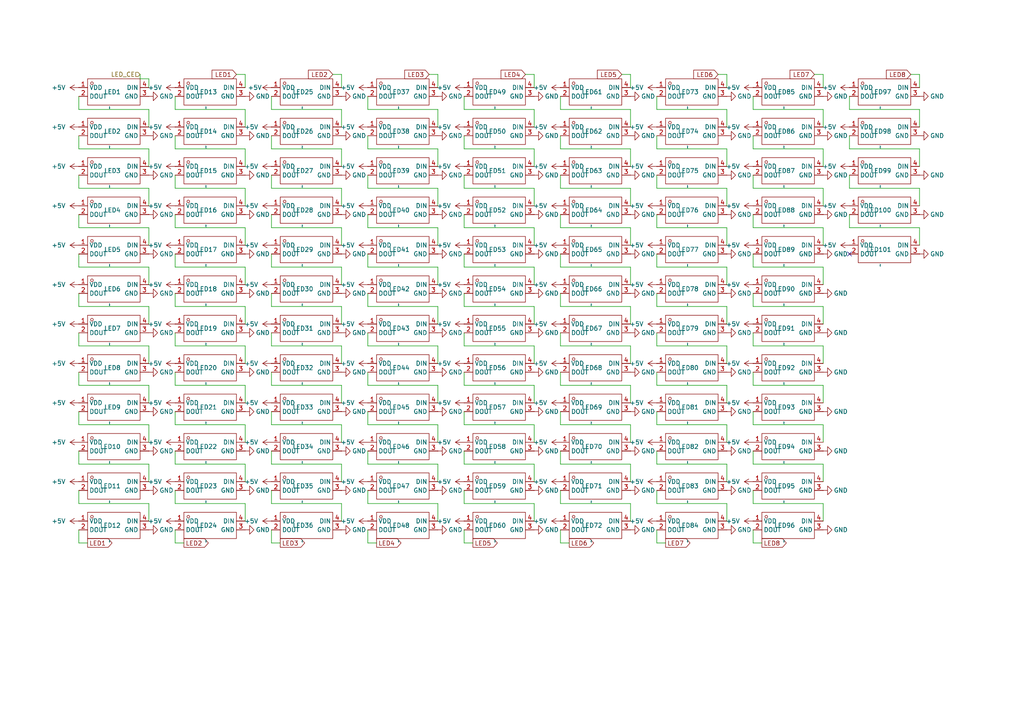
<source format=kicad_sch>
(kicad_sch (version 20231120) (generator "eeschema") (generator_version "8.0")
  (paper "A4")
  (lib_symbols
    (symbol "persional_library:YO-WS2812B-3528反贴"
      (property "Reference" "LED" (at 0 0 0))
      (symbol "YO-WS2812B-3528反贴_1_0"
        (pin input line (at -10.16 1.27 0) (length 2.54) (name "VDD") (number "1"))
        (pin input line (at -10.16 -1.27 0) (length 2.54) (name "DOUT") (number "2"))
        (pin input line (at 10.16 -1.27 180) (length 2.54) (name "GND") (number "3"))
        (pin input line (at 10.16 1.27 180) (length 2.54) (name "DIN") (number "4"))
      )
    )
    (symbol "power:+5V" (power) (pin_numbers hide) (pin_names (offset 0) hide)
      (property "Value" "+5V" (at 0 3.556 0))
      (symbol "+5V_1_1"
        (pin power_in line (at 0 0 90) (length 0) (name "~") (number "1"))
      )
    )
    (symbol "power:GND" (power) (pin_numbers hide) (pin_names (offset 0) hide)
      (property "Value" "GND" (at 0 -3.81 0))
      (symbol "GND_1_1"
        (pin power_in line (at 0 0 270) (length 0) (name "~") (number "1"))
      )
    )
  )
  (no_connect (at 246.38 73.66))
  (wire (pts (xy 134.62 27.94) (xy 134.62 31.75)))
  (wire (pts (xy 154.94 134.62) (xy 154.94 139.7)))
  (wire (pts (xy 154.94 100.33) (xy 154.94 105.41)))
  (wire (pts (xy 22.86 96.52) (xy 22.86 100.33)))
  (wire (pts (xy 71.12 134.62) (xy 71.12 139.7)))
  (wire (pts (xy 71.12 31.75) (xy 71.12 36.83)))
  (wire (pts (xy 182.88 54.61) (xy 182.88 59.69)))
  (wire (pts (xy 266.7 54.61) (xy 266.7 59.69)))
  (wire (pts (xy 78.74 142.24) (xy 78.74 146.05)))
  (wire (pts (xy 78.74 39.37) (xy 78.74 43.18)))
  (wire (pts (xy 154.94 54.61) (xy 154.94 59.69)))
  (wire (pts (xy 182.88 134.62) (xy 182.88 139.7)))
  (wire (pts (xy 106.68 31.75) (xy 127 31.75)))
  (wire (pts (xy 127 111.76) (xy 127 116.84)))
  (wire (pts (xy 190.5 66.04) (xy 210.82 66.04)))
  (wire (pts (xy 50.8 119.38) (xy 50.8 123.19)))
  (wire (pts (xy 182.88 100.33) (xy 182.88 105.41)))
  (wire (pts (xy 190.5 134.62) (xy 210.82 134.62)))
  (wire (pts (xy 134.62 66.04) (xy 154.94 66.04)))
  (wire (pts (xy 43.18 31.75) (xy 43.18 36.83)))
  (wire (pts (xy 106.68 85.09) (xy 106.68 88.9)))
  (wire (pts (xy 68.58 21.59) (xy 71.12 21.59)))
  (wire (pts (xy 190.5 88.9) (xy 210.82 88.9)))
  (wire (pts (xy 190.5 107.95) (xy 190.5 111.76)))
  (wire (pts (xy 99.06 111.76) (xy 99.06 116.84)))
  (wire (pts (xy 246.38 50.8) (xy 246.38 54.61)))
  (wire (pts (xy 22.86 157.48) (xy 22.86 153.67)))
  (wire (pts (xy 106.68 123.19) (xy 127 123.19)))
  (wire (pts (xy 50.8 66.04) (xy 71.12 66.04)))
  (wire (pts (xy 134.62 157.48) (xy 134.62 153.67)))
  (wire (pts (xy 162.56 85.09) (xy 162.56 88.9)))
  (wire (pts (xy 190.5 146.05) (xy 210.82 146.05)))
  (wire (pts (xy 182.88 123.19) (xy 182.88 128.27)))
  (wire (pts (xy 218.44 54.61) (xy 238.76 54.61)))
  (wire (pts (xy 210.82 134.62) (xy 210.82 139.7)))
  (wire (pts (xy 22.86 39.37) (xy 22.86 43.18)))
  (wire (pts (xy 50.8 77.47) (xy 71.12 77.47)))
  (wire (pts (xy 109.22 157.48) (xy 106.68 157.48)))
  (wire (pts (xy 137.16 157.48) (xy 134.62 157.48)))
  (wire (pts (xy 218.44 43.18) (xy 238.76 43.18)))
  (wire (pts (xy 106.68 66.04) (xy 127 66.04)))
  (wire (pts (xy 238.76 100.33) (xy 238.76 105.41)))
  (wire (pts (xy 22.86 146.05) (xy 43.18 146.05)))
  (wire (pts (xy 22.86 123.19) (xy 43.18 123.19)))
  (wire (pts (xy 106.68 134.62) (xy 127 134.62)))
  (wire (pts (xy 218.44 85.09) (xy 218.44 88.9)))
  (wire (pts (xy 43.18 77.47) (xy 43.18 82.55)))
  (wire (pts (xy 218.44 119.38) (xy 218.44 123.19)))
  (wire (pts (xy 22.86 142.24) (xy 22.86 146.05)))
  (wire (pts (xy 106.68 157.48) (xy 106.68 153.67)))
  (wire (pts (xy 78.74 50.8) (xy 78.74 54.61)))
  (wire (pts (xy 43.18 146.05) (xy 43.18 151.13)))
  (wire (pts (xy 218.44 50.8) (xy 218.44 54.61)))
  (wire (pts (xy 182.88 111.76) (xy 182.88 116.84)))
  (wire (pts (xy 210.82 43.18) (xy 210.82 48.26)))
  (wire (pts (xy 238.76 134.62) (xy 238.76 139.7)))
  (wire (pts (xy 238.76 31.75) (xy 238.76 36.83)))
  (wire (pts (xy 190.5 119.38) (xy 190.5 123.19)))
  (wire (pts (xy 218.44 88.9) (xy 238.76 88.9)))
  (wire (pts (xy 22.86 43.18) (xy 43.18 43.18)))
  (wire (pts (xy 22.86 77.47) (xy 43.18 77.47)))
  (wire (pts (xy 50.8 54.61) (xy 71.12 54.61)))
  (wire (pts (xy 50.8 157.48) (xy 50.8 153.67)))
  (wire (pts (xy 43.18 134.62) (xy 43.18 139.7)))
  (wire (pts (xy 50.8 85.09) (xy 50.8 88.9)))
  (wire (pts (xy 246.38 66.04) (xy 266.7 66.04)))
  (wire (pts (xy 22.86 31.75) (xy 43.18 31.75)))
  (wire (pts (xy 71.12 123.19) (xy 71.12 128.27)))
  (wire (pts (xy 218.44 39.37) (xy 218.44 43.18)))
  (wire (pts (xy 50.8 50.8) (xy 50.8 54.61)))
  (wire (pts (xy 134.62 77.47) (xy 154.94 77.47)))
  (wire (pts (xy 190.5 31.75) (xy 210.82 31.75)))
  (wire (pts (xy 22.86 100.33) (xy 43.18 100.33)))
  (wire (pts (xy 22.86 27.94) (xy 22.86 31.75)))
  (wire (pts (xy 246.38 27.94) (xy 246.38 31.75)))
  (wire (pts (xy 106.68 146.05) (xy 127 146.05)))
  (wire (pts (xy 50.8 73.66) (xy 50.8 77.47)))
  (wire (pts (xy 99.06 100.33) (xy 99.06 105.41)))
  (wire (pts (xy 210.82 123.19) (xy 210.82 128.27)))
  (wire (pts (xy 218.44 73.66) (xy 218.44 77.47)))
  (wire (pts (xy 134.62 85.09) (xy 134.62 88.9)))
  (wire (pts (xy 218.44 66.04) (xy 238.76 66.04)))
  (wire (pts (xy 182.88 77.47) (xy 182.88 82.55)))
  (wire (pts (xy 162.56 31.75) (xy 182.88 31.75)))
  (wire (pts (xy 22.86 119.38) (xy 22.86 123.19)))
  (wire (pts (xy 162.56 96.52) (xy 162.56 100.33)))
  (wire (pts (xy 182.88 88.9) (xy 182.88 93.98)))
  (wire (pts (xy 238.76 43.18) (xy 238.76 48.26)))
  (wire (pts (xy 50.8 146.05) (xy 71.12 146.05)))
  (wire (pts (xy 238.76 146.05) (xy 238.76 151.13)))
  (wire (pts (xy 43.18 123.19) (xy 43.18 128.27)))
  (wire (pts (xy 78.74 85.09) (xy 78.74 88.9)))
  (wire (pts (xy 162.56 39.37) (xy 162.56 43.18)))
  (wire (pts (xy 246.38 62.23) (xy 246.38 66.04)))
  (wire (pts (xy 162.56 134.62) (xy 182.88 134.62)))
  (wire (pts (xy 99.06 134.62) (xy 99.06 139.7)))
  (wire (pts (xy 190.5 50.8) (xy 190.5 54.61)))
  (wire (pts (xy 134.62 134.62) (xy 154.94 134.62)))
  (wire (pts (xy 134.62 130.81) (xy 134.62 134.62)))
  (wire (pts (xy 50.8 123.19) (xy 71.12 123.19)))
  (wire (pts (xy 78.74 62.23) (xy 78.74 66.04)))
  (wire (pts (xy 22.86 88.9) (xy 43.18 88.9)))
  (wire (pts (xy 43.18 100.33) (xy 43.18 105.41)))
  (wire (pts (xy 71.12 88.9) (xy 71.12 93.98)))
  (wire (pts (xy 182.88 31.75) (xy 182.88 36.83)))
  (wire (pts (xy 162.56 142.24) (xy 162.56 146.05)))
  (wire (pts (xy 154.94 123.19) (xy 154.94 128.27)))
  (wire (pts (xy 50.8 88.9) (xy 71.12 88.9)))
  (wire (pts (xy 190.5 85.09) (xy 190.5 88.9)))
  (wire (pts (xy 78.74 43.18) (xy 99.06 43.18)))
  (wire (pts (xy 99.06 88.9) (xy 99.06 93.98)))
  (wire (pts (xy 22.86 85.09) (xy 22.86 88.9)))
  (wire (pts (xy 162.56 62.23) (xy 162.56 66.04)))
  (wire (pts (xy 190.5 43.18) (xy 210.82 43.18)))
  (wire (pts (xy 218.44 157.48) (xy 218.44 153.67)))
  (wire (pts (xy 162.56 123.19) (xy 182.88 123.19)))
  (wire (pts (xy 78.74 130.81) (xy 78.74 134.62)))
  (wire (pts (xy 106.68 50.8) (xy 106.68 54.61)))
  (wire (pts (xy 190.5 27.94) (xy 190.5 31.75)))
  (wire (pts (xy 78.74 54.61) (xy 99.06 54.61)))
  (wire (pts (xy 218.44 146.05) (xy 238.76 146.05)))
  (wire (pts (xy 218.44 142.24) (xy 218.44 146.05)))
  (wire (pts (xy 134.62 100.33) (xy 154.94 100.33)))
  (wire (pts (xy 218.44 100.33) (xy 238.76 100.33)))
  (wire (pts (xy 162.56 111.76) (xy 182.88 111.76)))
  (wire (pts (xy 134.62 107.95) (xy 134.62 111.76)))
  (wire (pts (xy 238.76 123.19) (xy 238.76 128.27)))
  (wire (pts (xy 162.56 157.48) (xy 162.56 153.67)))
  (wire (pts (xy 154.94 77.47) (xy 154.94 82.55)))
  (wire (pts (xy 43.18 43.18) (xy 43.18 48.26)))
  (wire (pts (xy 154.94 146.05) (xy 154.94 151.13)))
  (wire (pts (xy 22.86 130.81) (xy 22.86 134.62)))
  (wire (pts (xy 218.44 130.81) (xy 218.44 134.62)))
  (wire (pts (xy 208.28 21.59) (xy 210.82 21.59)))
  (wire (pts (xy 43.18 54.61) (xy 43.18 59.69)))
  (wire (pts (xy 106.68 130.81) (xy 106.68 134.62)))
  (wire (pts (xy 134.62 123.19) (xy 154.94 123.19)))
  (wire (pts (xy 124.46 21.59) (xy 127 21.59)))
  (wire (pts (xy 78.74 73.66) (xy 78.74 77.47)))
  (wire (pts (xy 190.5 39.37) (xy 190.5 43.18)))
  (wire (pts (xy 99.06 146.05) (xy 99.06 151.13)))
  (wire (pts (xy 71.12 21.59) (xy 71.12 25.4)))
  (wire (pts (xy 106.68 119.38) (xy 106.68 123.19)))
  (wire (pts (xy 134.62 142.24) (xy 134.62 146.05)))
  (wire (pts (xy 162.56 88.9) (xy 182.88 88.9)))
  (wire (pts (xy 99.06 66.04) (xy 99.06 71.12)))
  (wire (pts (xy 190.5 96.52) (xy 190.5 100.33)))
  (wire (pts (xy 127 134.62) (xy 127 139.7)))
  (wire (pts (xy 190.5 123.19) (xy 210.82 123.19)))
  (wire (pts (xy 127 100.33) (xy 127 105.41)))
  (wire (pts (xy 50.8 43.18) (xy 71.12 43.18)))
  (wire (pts (xy 210.82 100.33) (xy 210.82 105.41)))
  (wire (pts (xy 210.82 146.05) (xy 210.82 151.13)))
  (wire (pts (xy 162.56 146.05) (xy 182.88 146.05)))
  (wire (pts (xy 78.74 31.75) (xy 99.06 31.75)))
  (wire (pts (xy 134.62 39.37) (xy 134.62 43.18)))
  (wire (pts (xy 162.56 100.33) (xy 182.88 100.33)))
  (wire (pts (xy 43.18 22.86) (xy 43.18 25.4)))
  (wire (pts (xy 22.86 73.66) (xy 22.86 77.47)))
  (wire (pts (xy 22.86 107.95) (xy 22.86 111.76)))
  (wire (pts (xy 40.64 22.86) (xy 43.18 22.86)))
  (wire (pts (xy 190.5 77.47) (xy 210.82 77.47)))
  (wire (pts (xy 50.8 111.76) (xy 71.12 111.76)))
  (wire (pts (xy 50.8 27.94) (xy 50.8 31.75)))
  (wire (pts (xy 99.06 21.59) (xy 99.06 25.4)))
  (wire (pts (xy 71.12 54.61) (xy 71.12 59.69)))
  (wire (pts (xy 99.06 54.61) (xy 99.06 59.69)))
  (wire (pts (xy 106.68 54.61) (xy 127 54.61)))
  (wire (pts (xy 134.62 119.38) (xy 134.62 123.19)))
  (wire (pts (xy 182.88 43.18) (xy 182.88 48.26)))
  (wire (pts (xy 246.38 39.37) (xy 246.38 43.18)))
  (wire (pts (xy 127 54.61) (xy 127 59.69)))
  (wire (pts (xy 106.68 142.24) (xy 106.68 146.05)))
  (wire (pts (xy 106.68 62.23) (xy 106.68 66.04)))
  (wire (pts (xy 154.94 88.9) (xy 154.94 93.98)))
  (wire (pts (xy 43.18 88.9) (xy 43.18 93.98)))
  (wire (pts (xy 71.12 77.47) (xy 71.12 82.55)))
  (wire (pts (xy 99.06 31.75) (xy 99.06 36.83)))
  (wire (pts (xy 22.86 54.61) (xy 43.18 54.61)))
  (wire (pts (xy 127 66.04) (xy 127 71.12)))
  (wire (pts (xy 81.28 157.48) (xy 78.74 157.48)))
  (wire (pts (xy 53.34 157.48) (xy 50.8 157.48)))
  (wire (pts (xy 22.86 134.62) (xy 43.18 134.62)))
  (wire (pts (xy 154.94 66.04) (xy 154.94 71.12)))
  (wire (pts (xy 22.86 62.23) (xy 22.86 66.04)))
  (wire (pts (xy 152.4 21.59) (xy 154.94 21.59)))
  (wire (pts (xy 162.56 119.38) (xy 162.56 123.19)))
  (wire (pts (xy 210.82 31.75) (xy 210.82 36.83)))
  (wire (pts (xy 190.5 142.24) (xy 190.5 146.05)))
  (wire (pts (xy 154.94 31.75) (xy 154.94 36.83)))
  (wire (pts (xy 43.18 66.04) (xy 43.18 71.12)))
  (wire (pts (xy 266.7 43.18) (xy 266.7 48.26)))
  (wire (pts (xy 210.82 88.9) (xy 210.82 93.98)))
  (wire (pts (xy 71.12 100.33) (xy 71.12 105.41)))
  (wire (pts (xy 220.98 157.48) (xy 218.44 157.48)))
  (wire (pts (xy 218.44 62.23) (xy 218.44 66.04)))
  (wire (pts (xy 127 43.18) (xy 127 48.26)))
  (wire (pts (xy 246.38 31.75) (xy 266.7 31.75)))
  (wire (pts (xy 238.76 88.9) (xy 238.76 93.98)))
  (wire (pts (xy 78.74 134.62) (xy 99.06 134.62)))
  (wire (pts (xy 22.86 50.8) (xy 22.86 54.61)))
  (wire (pts (xy 264.16 21.59) (xy 266.7 21.59)))
  (wire (pts (xy 134.62 146.05) (xy 154.94 146.05)))
  (wire (pts (xy 193.04 157.48) (xy 190.5 157.48)))
  (wire (pts (xy 134.62 54.61) (xy 154.94 54.61)))
  (wire (pts (xy 134.62 96.52) (xy 134.62 100.33)))
  (wire (pts (xy 154.94 111.76) (xy 154.94 116.84)))
  (wire (pts (xy 71.12 66.04) (xy 71.12 71.12)))
  (wire (pts (xy 266.7 66.04) (xy 266.7 71.12)))
  (wire (pts (xy 71.12 146.05) (xy 71.12 151.13)))
  (wire (pts (xy 134.62 62.23) (xy 134.62 66.04)))
  (wire (pts (xy 96.52 21.59) (xy 99.06 21.59)))
  (wire (pts (xy 190.5 54.61) (xy 210.82 54.61)))
  (wire (pts (xy 22.86 66.04) (xy 43.18 66.04)))
  (wire (pts (xy 238.76 54.61) (xy 238.76 59.69)))
  (wire (pts (xy 78.74 111.76) (xy 99.06 111.76)))
  (wire (pts (xy 246.38 43.18) (xy 266.7 43.18)))
  (wire (pts (xy 154.94 21.59) (xy 154.94 25.4)))
  (wire (pts (xy 162.56 130.81) (xy 162.56 134.62)))
  (wire (pts (xy 162.56 66.04) (xy 182.88 66.04)))
  (wire (pts (xy 218.44 123.19) (xy 238.76 123.19)))
  (wire (pts (xy 162.56 77.47) (xy 182.88 77.47)))
  (wire (pts (xy 50.8 62.23) (xy 50.8 66.04)))
  (wire (pts (xy 78.74 88.9) (xy 99.06 88.9)))
  (wire (pts (xy 218.44 27.94) (xy 218.44 31.75)))
  (wire (pts (xy 71.12 111.76) (xy 71.12 116.84)))
  (wire (pts (xy 78.74 27.94) (xy 78.74 31.75)))
  (wire (pts (xy 50.8 142.24) (xy 50.8 146.05)))
  (wire (pts (xy 218.44 31.75) (xy 238.76 31.75)))
  (wire (pts (xy 182.88 146.05) (xy 182.88 151.13)))
  (wire (pts (xy 78.74 107.95) (xy 78.74 111.76)))
  (wire (pts (xy 78.74 66.04) (xy 99.06 66.04)))
  (wire (pts (xy 106.68 107.95) (xy 106.68 111.76)))
  (wire (pts (xy 106.68 88.9) (xy 127 88.9)))
  (wire (pts (xy 78.74 119.38) (xy 78.74 123.19)))
  (wire (pts (xy 22.86 111.76) (xy 43.18 111.76)))
  (wire (pts (xy 78.74 123.19) (xy 99.06 123.19)))
  (wire (pts (xy 162.56 27.94) (xy 162.56 31.75)))
  (wire (pts (xy 190.5 157.48) (xy 190.5 153.67)))
  (wire (pts (xy 127 31.75) (xy 127 36.83)))
  (wire (pts (xy 238.76 111.76) (xy 238.76 116.84)))
  (wire (pts (xy 162.56 107.95) (xy 162.56 111.76)))
  (wire (pts (xy 127 77.47) (xy 127 82.55)))
  (wire (pts (xy 99.06 77.47) (xy 99.06 82.55)))
  (wire (pts (xy 127 88.9) (xy 127 93.98)))
  (wire (pts (xy 162.56 54.61) (xy 182.88 54.61)))
  (wire (pts (xy 50.8 107.95) (xy 50.8 111.76)))
  (wire (pts (xy 218.44 77.47) (xy 238.76 77.47)))
  (wire (pts (xy 190.5 111.76) (xy 210.82 111.76)))
  (wire (pts (xy 127 146.05) (xy 127 151.13)))
  (wire (pts (xy 218.44 111.76) (xy 238.76 111.76)))
  (wire (pts (xy 134.62 73.66) (xy 134.62 77.47)))
  (wire (pts (xy 190.5 62.23) (xy 190.5 66.04)))
  (wire (pts (xy 50.8 130.81) (xy 50.8 134.62)))
  (wire (pts (xy 71.12 43.18) (xy 71.12 48.26)))
  (wire (pts (xy 154.94 43.18) (xy 154.94 48.26)))
  (wire (pts (xy 210.82 66.04) (xy 210.82 71.12)))
  (wire (pts (xy 180.34 21.59) (xy 182.88 21.59)))
  (wire (pts (xy 78.74 77.47) (xy 99.06 77.47)))
  (wire (pts (xy 50.8 31.75) (xy 71.12 31.75)))
  (wire (pts (xy 78.74 157.48) (xy 78.74 153.67)))
  (wire (pts (xy 210.82 111.76) (xy 210.82 116.84)))
  (wire (pts (xy 50.8 134.62) (xy 71.12 134.62)))
  (wire (pts (xy 43.18 111.76) (xy 43.18 116.84)))
  (wire (pts (xy 99.06 123.19) (xy 99.06 128.27)))
  (wire (pts (xy 182.88 21.59) (xy 182.88 25.4)))
  (wire (pts (xy 106.68 43.18) (xy 127 43.18)))
  (wire (pts (xy 40.64 21.59) (xy 40.64 22.86)))
  (wire (pts (xy 25.4 157.48) (xy 22.86 157.48)))
  (wire (pts (xy 106.68 73.66) (xy 106.68 77.47)))
  (wire (pts (xy 162.56 50.8) (xy 162.56 54.61)))
  (wire (pts (xy 50.8 39.37) (xy 50.8 43.18)))
  (wire (pts (xy 134.62 88.9) (xy 154.94 88.9)))
  (wire (pts (xy 218.44 96.52) (xy 218.44 100.33)))
  (wire (pts (xy 210.82 21.59) (xy 210.82 25.4)))
  (wire (pts (xy 78.74 96.52) (xy 78.74 100.33)))
  (wire (pts (xy 165.1 157.48) (xy 162.56 157.48)))
  (wire (pts (xy 50.8 100.33) (xy 71.12 100.33)))
  (wire (pts (xy 134.62 50.8) (xy 134.62 54.61)))
  (wire (pts (xy 162.56 43.18) (xy 182.88 43.18)))
  (wire (pts (xy 162.56 73.66) (xy 162.56 77.47)))
  (wire (pts (xy 190.5 100.33) (xy 210.82 100.33)))
  (wire (pts (xy 99.06 43.18) (xy 99.06 48.26)))
  (wire (pts (xy 182.88 66.04) (xy 182.88 71.12)))
  (wire (pts (xy 106.68 96.52) (xy 106.68 100.33)))
  (wire (pts (xy 134.62 111.76) (xy 154.94 111.76)))
  (wire (pts (xy 106.68 27.94) (xy 106.68 31.75)))
  (wire (pts (xy 190.5 130.81) (xy 190.5 134.62)))
  (wire (pts (xy 106.68 111.76) (xy 127 111.76)))
  (wire (pts (xy 50.8 96.52) (xy 50.8 100.33)))
  (wire (pts (xy 238.76 21.59) (xy 238.76 25.4)))
  (wire (pts (xy 127 123.19) (xy 127 128.27)))
  (wire (pts (xy 134.62 31.75) (xy 154.94 31.75)))
  (wire (pts (xy 236.22 21.59) (xy 238.76 21.59)))
  (wire (pts (xy 127 21.59) (xy 127 25.4)))
  (wire (pts (xy 246.38 54.61) (xy 266.7 54.61)))
  (wire (pts (xy 210.82 54.61) (xy 210.82 59.69)))
  (wire (pts (xy 106.68 77.47) (xy 127 77.47)))
  (wire (pts (xy 78.74 100.33) (xy 99.06 100.33)))
  (wire (pts (xy 238.76 77.47) (xy 238.76 82.55)))
  (wire (pts (xy 210.82 77.47) (xy 210.82 82.55)))
  (wire (pts (xy 78.74 146.05) (xy 99.06 146.05)))
  (wire (pts (xy 218.44 134.62) (xy 238.76 134.62)))
  (wire (pts (xy 190.5 73.66) (xy 190.5 77.47)))
  (wire (pts (xy 218.44 107.95) (xy 218.44 111.76)))
  (wire (pts (xy 266.7 21.59) (xy 266.7 25.4)))
  (wire (pts (xy 134.62 43.18) (xy 154.94 43.18)))
  (wire (pts (xy 106.68 39.37) (xy 106.68 43.18)))
  (wire (pts (xy 266.7 31.75) (xy 266.7 36.83)))
  (wire (pts (xy 106.68 100.33) (xy 127 100.33)))
  (wire (pts (xy 238.76 66.04) (xy 238.76 71.12)))
  (global_label "LED8" (shape output) (at 220.98 157.48 0) (property "Intersheetrefs" "${INTERSHEET_REFS}" (effects (hide yes))))
  (global_label "LED1" (shape input) (at 68.58 21.59 180) (property "Intersheetrefs" "${INTERSHEET_REFS}" (effects (hide yes))))
  (global_label "LED2" (shape input) (at 96.52 21.59 180) (property "Intersheetrefs" "${INTERSHEET_REFS}" (effects (hide yes))))
  (global_label "LED2" (shape output) (at 53.34 157.48 0) (property "Intersheetrefs" "${INTERSHEET_REFS}" (effects (hide yes))))
  (global_label "LED3" (shape input) (at 124.46 21.59 180) (property "Intersheetrefs" "${INTERSHEET_REFS}" (effects (hide yes))))
  (global_label "LED3" (shape output) (at 81.28 157.48 0) (property "Intersheetrefs" "${INTERSHEET_REFS}" (effects (hide yes))))
  (global_label "LED6" (shape input) (at 208.28 21.59 180) (property "Intersheetrefs" "${INTERSHEET_REFS}" (effects (hide yes))))
  (global_label "LED7" (shape output) (at 193.04 157.48 0) (property "Intersheetrefs" "${INTERSHEET_REFS}" (effects (hide yes))))
  (global_label "LED4" (shape input) (at 152.4 21.59 180) (property "Intersheetrefs" "${INTERSHEET_REFS}" (effects (hide yes))))
  (global_label "LED6" (shape output) (at 165.1 157.48 0) (property "Intersheetrefs" "${INTERSHEET_REFS}" (effects (hide yes))))
  (global_label "LED1" (shape output) (at 25.4 157.48 0) (property "Intersheetrefs" "${INTERSHEET_REFS}" (effects (hide yes))))
  (global_label "LED8" (shape input) (at 264.16 21.59 180) (property "Intersheetrefs" "${INTERSHEET_REFS}" (effects (hide yes))))
  (global_label "LED5" (shape input) (at 180.34 21.59 180) (property "Intersheetrefs" "${INTERSHEET_REFS}" (effects (hide yes))))
  (global_label "LED4" (shape output) (at 109.22 157.48 0) (property "Intersheetrefs" "${INTERSHEET_REFS}" (effects (hide yes))))
  (global_label "LED5" (shape output) (at 137.16 157.48 0) (property "Intersheetrefs" "${INTERSHEET_REFS}" (effects (hide yes))))
  (global_label "LED7" (shape input) (at 236.22 21.59 180) (property "Intersheetrefs" "${INTERSHEET_REFS}" (effects (hide yes))))
  (hierarchical_label "LED_CE" (shape input) (at 40.64 21.59 180))
  (symbol (lib_id "power:GND") (at 182.88 130.81 90) (unit 1)
    (property "Reference" "#PWR0213" (effects (hide yes)))
    (property "Value" "GND" (at 185.928 130.81 90) (effects (justify right)))
    (property "Description" "Power symbol creates a global label with name \"GND\" , ground" (effects (hide yes)))
  )
  (symbol (lib_id "power:+5V") (at 50.8 25.4 90) (unit 1)
    (property "Reference" "#PWR055" (effects (hide yes)))
    (property "Value" "+5V" (at 46.99 25.4 90) (effects (justify left)))
    (property "Description" "Power symbol creates a global label with name \"+5V\"" (effects (hide yes)))
  )
  (symbol (lib_id "persional_library:YO-WS2812B-3528反贴") (at 228.6 129.54 0) (unit 1)
    (property "Reference" "LED94" (at 230.632 129.54 0) (effects (justify right)))
    (property "Value" "~" (at 227.33 134.62 90) (effects (justify left)))
    (property "Footprint" "persional_library:LED-SMD_L3.2-W2.8_YO-WS2812B-3528" (effects (hide yes)))
    (property "Manufacturer Part" "Yo-WS2812B-3528反贴雾状" (effects (hide yes)))
    (property "Manufacturer" "null" (effects (hide yes)))
    (property "Supplier Part" "C9900003682" (effects (hide yes)))
    (property "Supplier" "LCSC" (effects (hide yes)))
  )
  (symbol (lib_id "power:+5V") (at 162.56 48.26 90) (unit 1)
    (property "Reference" "#PWR0105" (effects (hide yes)))
    (property "Value" "+5V" (at 158.75 48.26 90) (effects (justify left)))
    (property "Description" "Power symbol creates a global label with name \"+5V\"" (effects (hide yes)))
  )
  (symbol (lib_id "persional_library:YO-WS2812B-3528反贴") (at 200.66 60.96 0) (unit 1)
    (property "Reference" "LED76" (at 202.692 60.96 0) (effects (justify right)))
    (property "Value" "~" (at 199.39 66.04 90) (effects (justify left)))
    (property "Footprint" "persional_library:LED-SMD_L3.2-W2.8_YO-WS2812B-3528" (effects (hide yes)))
    (property "Manufacturer Part" "Yo-WS2812B-3528反贴雾状" (effects (hide yes)))
    (property "Manufacturer" "null" (effects (hide yes)))
    (property "Supplier Part" "C9900003682" (effects (hide yes)))
    (property "Supplier" "LCSC" (effects (hide yes)))
  )
  (symbol (lib_id "power:+5V") (at 134.62 139.7 90) (unit 1)
    (property "Reference" "#PWR0101" (effects (hide yes)))
    (property "Value" "+5V" (at 130.81 139.7 90) (effects (justify left)))
    (property "Description" "Power symbol creates a global label with name \"+5V\"" (effects (hide yes)))
  )
  (symbol (lib_id "persional_library:YO-WS2812B-3528反贴") (at 172.72 60.96 0) (unit 1)
    (property "Reference" "LED64" (at 174.752 60.96 0) (effects (justify right)))
    (property "Value" "~" (at 171.45 66.04 90) (effects (justify left)))
    (property "Footprint" "persional_library:LED-SMD_L3.2-W2.8_YO-WS2812B-3528" (effects (hide yes)))
    (property "Manufacturer Part" "Yo-WS2812B-3528反贴雾状" (effects (hide yes)))
    (property "Manufacturer" "null" (effects (hide yes)))
    (property "Supplier Part" "C9900003682" (effects (hide yes)))
    (property "Supplier" "LCSC" (effects (hide yes)))
  )
  (symbol (lib_id "persional_library:YO-WS2812B-3528反贴") (at 256.54 49.53 0) (unit 1)
    (property "Reference" "LED99" (at 258.572 49.53 0) (effects (justify right)))
    (property "Value" "~" (at 255.27 54.61 90) (effects (justify left)))
    (property "Footprint" "persional_library:LED-SMD_L3.2-W2.8_YO-WS2812B-3528" (effects (hide yes)))
    (property "Manufacturer Part" "Yo-WS2812B-3528反贴雾状" (effects (hide yes)))
    (property "Manufacturer" "null" (effects (hide yes)))
    (property "Supplier Part" "C9900003682" (effects (hide yes)))
    (property "Supplier" "LCSC" (effects (hide yes)))
  )
  (symbol (lib_id "persional_library:YO-WS2812B-3528反贴") (at 256.54 26.67 0) (unit 1)
    (property "Reference" "LED97" (at 258.572 26.67 0) (effects (justify right)))
    (property "Value" "~" (at 255.27 31.75 90) (effects (justify left)))
    (property "Footprint" "persional_library:LED-SMD_L3.2-W2.8_YO-WS2812B-3528" (effects (hide yes)))
    (property "Manufacturer Part" "Yo-WS2812B-3528反贴雾状" (effects (hide yes)))
    (property "Manufacturer" "null" (effects (hide yes)))
    (property "Supplier Part" "C9900003682" (effects (hide yes)))
    (property "Supplier" "LCSC" (effects (hide yes)))
  )
  (symbol (lib_id "power:+5V") (at 22.86 105.41 90) (unit 1)
    (property "Reference" "#PWR050" (effects (hide yes)))
    (property "Value" "+5V" (at 19.05 105.41 90) (effects (justify left)))
    (property "Description" "Power symbol creates a global label with name \"+5V\"" (effects (hide yes)))
  )
  (symbol (lib_id "power:GND") (at 238.76 142.24 90) (unit 1)
    (property "Reference" "#PWR0238" (effects (hide yes)))
    (property "Value" "GND" (at 241.808 142.24 90) (effects (justify right)))
    (property "Description" "Power symbol creates a global label with name \"GND\" , ground" (effects (hide yes)))
  )
  (symbol (lib_id "power:+5V") (at 50.8 82.55 90) (unit 1)
    (property "Reference" "#PWR060" (effects (hide yes)))
    (property "Value" "+5V" (at 46.99 82.55 90) (effects (justify left)))
    (property "Description" "Power symbol creates a global label with name \"+5V\"" (effects (hide yes)))
  )
  (symbol (lib_id "persional_library:YO-WS2812B-3528反贴") (at 88.9 26.67 0) (unit 1)
    (property "Reference" "LED25" (at 90.932 26.67 0) (effects (justify right)))
    (property "Value" "~" (at 87.63 31.75 90) (effects (justify left)))
    (property "Footprint" "persional_library:LED-SMD_L3.2-W2.8_YO-WS2812B-3528" (effects (hide yes)))
    (property "Manufacturer Part" "Yo-WS2812B-3528反贴雾状" (effects (hide yes)))
    (property "Manufacturer" "null" (effects (hide yes)))
    (property "Supplier Part" "C9900003682" (effects (hide yes)))
    (property "Supplier" "LCSC" (effects (hide yes)))
  )
  (symbol (lib_id "persional_library:YO-WS2812B-3528反贴") (at 116.84 129.54 0) (unit 1)
    (property "Reference" "LED46" (at 118.872 129.54 0) (effects (justify right)))
    (property "Value" "~" (at 115.57 134.62 90) (effects (justify left)))
    (property "Footprint" "persional_library:LED-SMD_L3.2-W2.8_YO-WS2812B-3528" (effects (hide yes)))
    (property "Manufacturer Part" "Yo-WS2812B-3528反贴雾状" (effects (hide yes)))
    (property "Manufacturer" "null" (effects (hide yes)))
    (property "Supplier Part" "C9900003682" (effects (hide yes)))
    (property "Supplier" "LCSC" (effects (hide yes)))
  )
  (symbol (lib_id "power:+5V") (at 162.56 36.83 90) (unit 1)
    (property "Reference" "#PWR0104" (effects (hide yes)))
    (property "Value" "+5V" (at 158.75 36.83 90) (effects (justify left)))
    (property "Description" "Power symbol creates a global label with name \"+5V\"" (effects (hide yes)))
  )
  (symbol (lib_id "persional_library:YO-WS2812B-3528反贴") (at 88.9 38.1 0) (unit 1)
    (property "Reference" "LED26" (at 90.932 38.1 0) (effects (justify right)))
    (property "Value" "~" (at 87.63 43.18 90) (effects (justify left)))
    (property "Footprint" "persional_library:LED-SMD_L3.2-W2.8_YO-WS2812B-3528" (effects (hide yes)))
    (property "Manufacturer Part" "Yo-WS2812B-3528反贴雾状" (effects (hide yes)))
    (property "Manufacturer" "null" (effects (hide yes)))
    (property "Supplier Part" "C9900003682" (effects (hide yes)))
    (property "Supplier" "LCSC" (effects (hide yes)))
  )
  (symbol (lib_id "power:GND") (at 127 142.24 90) (unit 1)
    (property "Reference" "#PWR0190" (effects (hide yes)))
    (property "Value" "GND" (at 130.048 142.24 90) (effects (justify right)))
    (property "Description" "Power symbol creates a global label with name \"GND\" , ground" (effects (hide yes)))
  )
  (symbol (lib_id "power:GND") (at 127 85.09 90) (unit 1)
    (property "Reference" "#PWR0185" (effects (hide yes)))
    (property "Value" "GND" (at 130.048 85.09 90) (effects (justify right)))
    (property "Description" "Power symbol creates a global label with name \"GND\" , ground" (effects (hide yes)))
  )
  (symbol (lib_id "power:GND") (at 154.94 62.23 90) (unit 1)
    (property "Reference" "#PWR0195" (effects (hide yes)))
    (property "Value" "GND" (at 157.988 62.23 90) (effects (justify right)))
    (property "Description" "Power symbol creates a global label with name \"GND\" , ground" (effects (hide yes)))
  )
  (symbol (lib_id "power:GND") (at 71.12 142.24 90) (unit 1)
    (property "Reference" "#PWR0166" (effects (hide yes)))
    (property "Value" "GND" (at 74.168 142.24 90) (effects (justify right)))
    (property "Description" "Power symbol creates a global label with name \"GND\" , ground" (effects (hide yes)))
  )
  (symbol (lib_id "power:GND") (at 238.76 96.52 90) (unit 1)
    (property "Reference" "#PWR0234" (effects (hide yes)))
    (property "Value" "GND" (at 241.808 96.52 90) (effects (justify right)))
    (property "Description" "Power symbol creates a global label with name \"GND\" , ground" (effects (hide yes)))
  )
  (symbol (lib_id "persional_library:YO-WS2812B-3528反贴") (at 172.72 95.25 0) (unit 1)
    (property "Reference" "LED67" (at 174.752 95.25 0) (effects (justify right)))
    (property "Value" "~" (at 171.45 100.33 90) (effects (justify left)))
    (property "Footprint" "persional_library:LED-SMD_L3.2-W2.8_YO-WS2812B-3528" (effects (hide yes)))
    (property "Manufacturer Part" "Yo-WS2812B-3528反贴雾状" (effects (hide yes)))
    (property "Manufacturer" "null" (effects (hide yes)))
    (property "Supplier Part" "C9900003682" (effects (hide yes)))
    (property "Supplier" "LCSC" (effects (hide yes)))
  )
  (symbol (lib_id "power:+5V") (at 162.56 93.98 90) (unit 1)
    (property "Reference" "#PWR0109" (effects (hide yes)))
    (property "Value" "+5V" (at 158.75 93.98 90) (effects (justify left)))
    (property "Description" "Power symbol creates a global label with name \"+5V\"" (effects (hide yes)))
  )
  (symbol (lib_id "power:GND") (at 210.82 62.23 90) (unit 1)
    (property "Reference" "#PWR0219" (effects (hide yes)))
    (property "Value" "GND" (at 213.868 62.23 90) (effects (justify right)))
    (property "Description" "Power symbol creates a global label with name \"GND\" , ground" (effects (hide yes)))
  )
  (symbol (lib_id "persional_library:YO-WS2812B-3528反贴") (at 172.72 118.11 0) (unit 1)
    (property "Reference" "LED69" (at 174.752 118.11 0) (effects (justify right)))
    (property "Value" "~" (at 171.45 123.19 90) (effects (justify left)))
    (property "Footprint" "persional_library:LED-SMD_L3.2-W2.8_YO-WS2812B-3528" (effects (hide yes)))
    (property "Manufacturer Part" "Yo-WS2812B-3528反贴雾状" (effects (hide yes)))
    (property "Manufacturer" "null" (effects (hide yes)))
    (property "Supplier Part" "C9900003682" (effects (hide yes)))
    (property "Supplier" "LCSC" (effects (hide yes)))
  )
  (symbol (lib_id "persional_library:YO-WS2812B-3528反贴") (at 116.84 60.96 0) (unit 1)
    (property "Reference" "LED40" (at 118.872 60.96 0) (effects (justify right)))
    (property "Value" "~" (at 115.57 66.04 90) (effects (justify left)))
    (property "Footprint" "persional_library:LED-SMD_L3.2-W2.8_YO-WS2812B-3528" (effects (hide yes)))
    (property "Manufacturer Part" "Yo-WS2812B-3528反贴雾状" (effects (hide yes)))
    (property "Manufacturer" "null" (effects (hide yes)))
    (property "Supplier Part" "C9900003682" (effects (hide yes)))
    (property "Supplier" "LCSC" (effects (hide yes)))
  )
  (symbol (lib_id "power:+5V") (at 218.44 139.7 90) (unit 1)
    (property "Reference" "#PWR0137" (effects (hide yes)))
    (property "Value" "+5V" (at 214.63 139.7 90) (effects (justify left)))
    (property "Description" "Power symbol creates a global label with name \"+5V\"" (effects (hide yes)))
  )
  (symbol (lib_id "power:+5V") (at 106.68 25.4 90) (unit 1)
    (property "Reference" "#PWR079" (effects (hide yes)))
    (property "Value" "+5V" (at 102.87 25.4 90) (effects (justify left)))
    (property "Description" "Power symbol creates a global label with name \"+5V\"" (effects (hide yes)))
  )
  (symbol (lib_id "power:GND") (at 43.18 73.66 90) (unit 1)
    (property "Reference" "#PWR0148" (effects (hide yes)))
    (property "Value" "GND" (at 46.228 73.66 90) (effects (justify right)))
    (property "Description" "Power symbol creates a global label with name \"GND\" , ground" (effects (hide yes)))
  )
  (symbol (lib_id "power:GND") (at 99.06 27.94 90) (unit 1)
    (property "Reference" "#PWR0168" (effects (hide yes)))
    (property "Value" "GND" (at 102.108 27.94 90) (effects (justify right)))
    (property "Description" "Power symbol creates a global label with name \"GND\" , ground" (effects (hide yes)))
  )
  (symbol (lib_id "power:+5V") (at 190.5 105.41 90) (unit 1)
    (property "Reference" "#PWR0122" (effects (hide yes)))
    (property "Value" "+5V" (at 186.69 105.41 90) (effects (justify left)))
    (property "Description" "Power symbol creates a global label with name \"+5V\"" (effects (hide yes)))
  )
  (symbol (lib_id "power:+5V") (at 78.74 82.55 90) (unit 1)
    (property "Reference" "#PWR072" (effects (hide yes)))
    (property "Value" "+5V" (at 74.93 82.55 90) (effects (justify left)))
    (property "Description" "Power symbol creates a global label with name \"+5V\"" (effects (hide yes)))
  )
  (symbol (lib_id "power:+5V") (at 78.74 105.41 90) (unit 1)
    (property "Reference" "#PWR074" (effects (hide yes)))
    (property "Value" "+5V" (at 74.93 105.41 90) (effects (justify left)))
    (property "Description" "Power symbol creates a global label with name \"+5V\"" (effects (hide yes)))
  )
  (symbol (lib_id "power:+5V") (at 106.68 82.55 90) (unit 1)
    (property "Reference" "#PWR084" (effects (hide yes)))
    (property "Value" "+5V" (at 102.87 82.55 90) (effects (justify left)))
    (property "Description" "Power symbol creates a global label with name \"+5V\"" (effects (hide yes)))
  )
  (symbol (lib_id "persional_library:YO-WS2812B-3528反贴") (at 172.72 140.97 0) (unit 1)
    (property "Reference" "LED71" (at 174.752 140.97 0) (effects (justify right)))
    (property "Value" "~" (at 171.45 146.05 90) (effects (justify left)))
    (property "Footprint" "persional_library:LED-SMD_L3.2-W2.8_YO-WS2812B-3528" (effects (hide yes)))
    (property "Manufacturer Part" "Yo-WS2812B-3528反贴雾状" (effects (hide yes)))
    (property "Manufacturer" "null" (effects (hide yes)))
    (property "Supplier Part" "C9900003682" (effects (hide yes)))
    (property "Supplier" "LCSC" (effects (hide yes)))
  )
  (symbol (lib_id "power:+5V") (at 50.8 93.98 90) (unit 1)
    (property "Reference" "#PWR061" (effects (hide yes)))
    (property "Value" "+5V" (at 46.99 93.98 90) (effects (justify left)))
    (property "Description" "Power symbol creates a global label with name \"+5V\"" (effects (hide yes)))
  )
  (symbol (lib_id "power:GND") (at 99.06 85.09 90) (unit 1)
    (property "Reference" "#PWR0173" (effects (hide yes)))
    (property "Value" "GND" (at 102.108 85.09 90) (effects (justify right)))
    (property "Description" "Power symbol creates a global label with name \"GND\" , ground" (effects (hide yes)))
  )
  (symbol (lib_id "power:GND") (at 210.82 50.8 90) (unit 1)
    (property "Reference" "#PWR0218" (effects (hide yes)))
    (property "Value" "GND" (at 213.868 50.8 90) (effects (justify right)))
    (property "Description" "Power symbol creates a global label with name \"GND\" , ground" (effects (hide yes)))
  )
  (symbol (lib_id "power:GND") (at 154.94 107.95 90) (unit 1)
    (property "Reference" "#PWR0199" (effects (hide yes)))
    (property "Value" "GND" (at 157.988 107.95 90) (effects (justify right)))
    (property "Description" "Power symbol creates a global label with name \"GND\" , ground" (effects (hide yes)))
  )
  (symbol (lib_id "persional_library:YO-WS2812B-3528反贴") (at 33.02 106.68 0) (unit 1)
    (property "Reference" "LED8" (at 35.052 106.68 0) (effects (justify right)))
    (property "Value" "~" (at 31.75 111.76 90) (effects (justify left)))
    (property "Footprint" "persional_library:LED-SMD_L3.2-W2.8_YO-WS2812B-3528" (effects (hide yes)))
    (property "Manufacturer Part" "Yo-WS2812B-3528反贴雾状" (effects (hide yes)))
    (property "Manufacturer" "null" (effects (hide yes)))
    (property "Supplier Part" "C9900003682" (effects (hide yes)))
    (property "Supplier" "LCSC" (effects (hide yes)))
  )
  (symbol (lib_id "persional_library:YO-WS2812B-3528反贴") (at 88.9 60.96 0) (unit 1)
    (property "Reference" "LED28" (at 90.932 60.96 0) (effects (justify right)))
    (property "Value" "~" (at 87.63 66.04 90) (effects (justify left)))
    (property "Footprint" "persional_library:LED-SMD_L3.2-W2.8_YO-WS2812B-3528" (effects (hide yes)))
    (property "Manufacturer Part" "Yo-WS2812B-3528反贴雾状" (effects (hide yes)))
    (property "Manufacturer" "null" (effects (hide yes)))
    (property "Supplier Part" "C9900003682" (effects (hide yes)))
    (property "Supplier" "LCSC" (effects (hide yes)))
  )
  (symbol (lib_id "power:+5V") (at 22.86 116.84 90) (unit 1)
    (property "Reference" "#PWR051" (effects (hide yes)))
    (property "Value" "+5V" (at 19.05 116.84 90) (effects (justify left)))
    (property "Description" "Power symbol creates a global label with name \"+5V\"" (effects (hide yes)))
  )
  (symbol (lib_id "persional_library:YO-WS2812B-3528反贴") (at 60.96 83.82 0) (unit 1)
    (property "Reference" "LED18" (at 62.992 83.82 0) (effects (justify right)))
    (property "Value" "~" (at 59.69 88.9 90) (effects (justify left)))
    (property "Footprint" "persional_library:LED-SMD_L3.2-W2.8_YO-WS2812B-3528" (effects (hide yes)))
    (property "Manufacturer Part" "Yo-WS2812B-3528反贴雾状" (effects (hide yes)))
    (property "Manufacturer" "null" (effects (hide yes)))
    (property "Supplier Part" "C9900003682" (effects (hide yes)))
    (property "Supplier" "LCSC" (effects (hide yes)))
  )
  (symbol (lib_id "persional_library:YO-WS2812B-3528反贴") (at 33.02 95.25 0) (unit 1)
    (property "Reference" "LED7" (at 35.052 95.25 0) (effects (justify right)))
    (property "Value" "~" (at 31.75 100.33 90) (effects (justify left)))
    (property "Footprint" "persional_library:LED-SMD_L3.2-W2.8_YO-WS2812B-3528" (effects (hide yes)))
    (property "Manufacturer Part" "Yo-WS2812B-3528反贴雾状" (effects (hide yes)))
    (property "Manufacturer" "null" (effects (hide yes)))
    (property "Supplier Part" "C9900003682" (effects (hide yes)))
    (property "Supplier" "LCSC" (effects (hide yes)))
  )
  (symbol (lib_id "persional_library:YO-WS2812B-3528反贴") (at 33.02 60.96 0) (unit 1)
    (property "Reference" "LED4" (at 35.052 60.96 0) (effects (justify right)))
    (property "Value" "~" (at 31.75 66.04 90) (effects (justify left)))
    (property "Footprint" "persional_library:LED-SMD_L3.2-W2.8_YO-WS2812B-3528" (effects (hide yes)))
    (property "Manufacturer Part" "Yo-WS2812B-3528反贴雾状" (effects (hide yes)))
    (property "Manufacturer" "null" (effects (hide yes)))
    (property "Supplier Part" "C9900003682" (effects (hide yes)))
    (property "Supplier" "LCSC" (effects (hide yes)))
  )
  (symbol (lib_id "power:+5V") (at 218.44 59.69 90) (unit 1)
    (property "Reference" "#PWR0130" (effects (hide yes)))
    (property "Value" "+5V" (at 214.63 59.69 90) (effects (justify left)))
    (property "Description" "Power symbol creates a global label with name \"+5V\"" (effects (hide yes)))
  )
  (symbol (lib_id "power:GND") (at 210.82 85.09 90) (unit 1)
    (property "Reference" "#PWR0221" (effects (hide yes)))
    (property "Value" "GND" (at 213.868 85.09 90) (effects (justify right)))
    (property "Description" "Power symbol creates a global label with name \"GND\" , ground" (effects (hide yes)))
  )
  (symbol (lib_id "persional_library:YO-WS2812B-3528反贴") (at 60.96 26.67 0) (unit 1)
    (property "Reference" "LED13" (at 62.992 26.67 0) (effects (justify right)))
    (property "Value" "~" (at 59.69 31.75 90) (effects (justify left)))
    (property "Footprint" "persional_library:LED-SMD_L3.2-W2.8_YO-WS2812B-3528" (effects (hide yes)))
    (property "Manufacturer Part" "Yo-WS2812B-3528反贴雾状" (effects (hide yes)))
    (property "Manufacturer" "null" (effects (hide yes)))
    (property "Supplier Part" "C9900003682" (effects (hide yes)))
    (property "Supplier" "LCSC" (effects (hide yes)))
  )
  (symbol (lib_id "power:GND") (at 71.12 85.09 90) (unit 1)
    (property "Reference" "#PWR0161" (effects (hide yes)))
    (property "Value" "GND" (at 74.168 85.09 90) (effects (justify right)))
    (property "Description" "Power symbol creates a global label with name \"GND\" , ground" (effects (hide yes)))
  )
  (symbol (lib_id "power:+5V") (at 162.56 116.84 90) (unit 1)
    (property "Reference" "#PWR0111" (effects (hide yes)))
    (property "Value" "+5V" (at 158.75 116.84 90) (effects (justify left)))
    (property "Description" "Power symbol creates a global label with name \"+5V\"" (effects (hide yes)))
  )
  (symbol (lib_id "power:+5V") (at 134.62 105.41 90) (unit 1)
    (property "Reference" "#PWR098" (effects (hide yes)))
    (property "Value" "+5V" (at 130.81 105.41 90) (effects (justify left)))
    (property "Description" "Power symbol creates a global label with name \"+5V\"" (effects (hide yes)))
  )
  (symbol (lib_id "power:GND") (at 99.06 142.24 90) (unit 1)
    (property "Reference" "#PWR0178" (effects (hide yes)))
    (property "Value" "GND" (at 102.108 142.24 90) (effects (justify right)))
    (property "Description" "Power symbol creates a global label with name \"GND\" , ground" (effects (hide yes)))
  )
  (symbol (lib_id "power:GND") (at 238.76 27.94 90) (unit 1)
    (property "Reference" "#PWR0228" (effects (hide yes)))
    (property "Value" "GND" (at 241.808 27.94 90) (effects (justify right)))
    (property "Description" "Power symbol creates a global label with name \"GND\" , ground" (effects (hide yes)))
  )
  (symbol (lib_id "persional_library:YO-WS2812B-3528反贴") (at 60.96 60.96 0) (unit 1)
    (property "Reference" "LED16" (at 62.992 60.96 0) (effects (justify right)))
    (property "Value" "~" (at 59.69 66.04 90) (effects (justify left)))
    (property "Footprint" "persional_library:LED-SMD_L3.2-W2.8_YO-WS2812B-3528" (effects (hide yes)))
    (property "Manufacturer Part" "Yo-WS2812B-3528反贴雾状" (effects (hide yes)))
    (property "Manufacturer" "null" (effects (hide yes)))
    (property "Supplier Part" "C9900003682" (effects (hide yes)))
    (property "Supplier" "LCSC" (effects (hide yes)))
  )
  (symbol (lib_id "power:GND") (at 43.18 85.09 90) (unit 1)
    (property "Reference" "#PWR0149" (effects (hide yes)))
    (property "Value" "GND" (at 46.228 85.09 90) (effects (justify right)))
    (property "Description" "Power symbol creates a global label with name \"GND\" , ground" (effects (hide yes)))
  )
  (symbol (lib_id "persional_library:YO-WS2812B-3528反贴") (at 144.78 49.53 0) (unit 1)
    (property "Reference" "LED51" (at 146.812 49.53 0) (effects (justify right)))
    (property "Value" "~" (at 143.51 54.61 90) (effects (justify left)))
    (property "Footprint" "persional_library:LED-SMD_L3.2-W2.8_YO-WS2812B-3528" (effects (hide yes)))
    (property "Manufacturer Part" "Yo-WS2812B-3528反贴雾状" (effects (hide yes)))
    (property "Manufacturer" "null" (effects (hide yes)))
    (property "Supplier Part" "C9900003682" (effects (hide yes)))
    (property "Supplier" "LCSC" (effects (hide yes)))
  )
  (symbol (lib_id "power:GND") (at 71.12 153.67 90) (unit 1)
    (property "Reference" "#PWR0167" (effects (hide yes)))
    (property "Value" "GND" (at 74.168 153.67 90) (effects (justify right)))
    (property "Description" "Power symbol creates a global label with name \"GND\" , ground" (effects (hide yes)))
  )
  (symbol (lib_id "persional_library:YO-WS2812B-3528反贴") (at 33.02 38.1 0) (unit 1)
    (property "Reference" "LED2" (at 35.052 38.1 0) (effects (justify right)))
    (property "Value" "~" (at 31.75 43.18 90) (effects (justify left)))
    (property "Footprint" "persional_library:LED-SMD_L3.2-W2.8_YO-WS2812B-3528" (effects (hide yes)))
    (property "Manufacturer Part" "Yo-WS2812B-3528反贴雾状" (effects (hide yes)))
    (property "Manufacturer" "null" (effects (hide yes)))
    (property "Supplier Part" "C9900003682" (effects (hide yes)))
    (property "Supplier" "LCSC" (effects (hide yes)))
  )
  (symbol (lib_id "power:+5V") (at 78.74 93.98 90) (unit 1)
    (property "Reference" "#PWR073" (effects (hide yes)))
    (property "Value" "+5V" (at 74.93 93.98 90) (effects (justify left)))
    (property "Description" "Power symbol creates a global label with name \"+5V\"" (effects (hide yes)))
  )
  (symbol (lib_id "power:+5V") (at 190.5 36.83 90) (unit 1)
    (property "Reference" "#PWR0116" (effects (hide yes)))
    (property "Value" "+5V" (at 186.69 36.83 90) (effects (justify left)))
    (property "Description" "Power symbol creates a global label with name \"+5V\"" (effects (hide yes)))
  )
  (symbol (lib_id "power:GND") (at 238.76 73.66 90) (unit 1)
    (property "Reference" "#PWR0232" (effects (hide yes)))
    (property "Value" "GND" (at 241.808 73.66 90) (effects (justify right)))
    (property "Description" "Power symbol creates a global label with name \"GND\" , ground" (effects (hide yes)))
  )
  (symbol (lib_id "power:+5V") (at 50.8 59.69 90) (unit 1)
    (property "Reference" "#PWR058" (effects (hide yes)))
    (property "Value" "+5V" (at 46.99 59.69 90) (effects (justify left)))
    (property "Description" "Power symbol creates a global label with name \"+5V\"" (effects (hide yes)))
  )
  (symbol (lib_id "persional_library:YO-WS2812B-3528反贴") (at 88.9 49.53 0) (unit 1)
    (property "Reference" "LED27" (at 90.932 49.53 0) (effects (justify right)))
    (property "Value" "~" (at 87.63 54.61 90) (effects (justify left)))
    (property "Footprint" "persional_library:LED-SMD_L3.2-W2.8_YO-WS2812B-3528" (effects (hide yes)))
    (property "Manufacturer Part" "Yo-WS2812B-3528反贴雾状" (effects (hide yes)))
    (property "Manufacturer" "null" (effects (hide yes)))
    (property "Supplier Part" "C9900003682" (effects (hide yes)))
    (property "Supplier" "LCSC" (effects (hide yes)))
  )
  (symbol (lib_id "power:GND") (at 182.88 39.37 90) (unit 1)
    (property "Reference" "#PWR0205" (effects (hide yes)))
    (property "Value" "GND" (at 185.928 39.37 90) (effects (justify right)))
    (property "Description" "Power symbol creates a global label with name \"GND\" , ground" (effects (hide yes)))
  )
  (symbol (lib_id "power:GND") (at 99.06 62.23 90) (unit 1)
    (property "Reference" "#PWR0171" (effects (hide yes)))
    (property "Value" "GND" (at 102.108 62.23 90) (effects (justify right)))
    (property "Description" "Power symbol creates a global label with name \"GND\" , ground" (effects (hide yes)))
  )
  (symbol (lib_id "power:+5V") (at 22.86 59.69 90) (unit 1)
    (property "Reference" "#PWR046" (effects (hide yes)))
    (property "Value" "+5V" (at 19.05 59.69 90) (effects (justify left)))
    (property "Description" "Power symbol creates a global label with name \"+5V\"" (effects (hide yes)))
  )
  (symbol (lib_id "power:GND") (at 43.18 107.95 90) (unit 1)
    (property "Reference" "#PWR0151" (effects (hide yes)))
    (property "Value" "GND" (at 46.228 107.95 90) (effects (justify right)))
    (property "Description" "Power symbol creates a global label with name \"GND\" , ground" (effects (hide yes)))
  )
  (symbol (lib_id "persional_library:YO-WS2812B-3528反贴") (at 200.66 129.54 0) (unit 1)
    (property "Reference" "LED82" (at 202.692 129.54 0) (effects (justify right)))
    (property "Value" "~" (at 199.39 134.62 90) (effects (justify left)))
    (property "Footprint" "persional_library:LED-SMD_L3.2-W2.8_YO-WS2812B-3528" (effects (hide yes)))
    (property "Manufacturer Part" "Yo-WS2812B-3528反贴雾状" (effects (hide yes)))
    (property "Manufacturer" "null" (effects (hide yes)))
    (property "Supplier Part" "C9900003682" (effects (hide yes)))
    (property "Supplier" "LCSC" (effects (hide yes)))
  )
  (symbol (lib_id "persional_library:YO-WS2812B-3528反贴") (at 116.84 152.4 0) (unit 1)
    (property "Reference" "LED48" (at 118.872 152.4 0) (effects (justify right)))
    (property "Value" "~" (at 115.57 157.48 90) (effects (justify left)))
    (property "Footprint" "persional_library:LED-SMD_L3.2-W2.8_YO-WS2812B-3528" (effects (hide yes)))
    (property "Manufacturer Part" "Yo-WS2812B-3528反贴雾状" (effects (hide yes)))
    (property "Manufacturer" "null" (effects (hide yes)))
    (property "Supplier Part" "C9900003682" (effects (hide yes)))
    (property "Supplier" "LCSC" (effects (hide yes)))
  )
  (symbol (lib_id "power:+5V") (at 218.44 82.55 90) (unit 1)
    (property "Reference" "#PWR0132" (effects (hide yes)))
    (property "Value" "+5V" (at 214.63 82.55 90) (effects (justify left)))
    (property "Description" "Power symbol creates a global label with name \"+5V\"" (effects (hide yes)))
  )
  (symbol (lib_id "power:+5V") (at 106.68 93.98 90) (unit 1)
    (property "Reference" "#PWR085" (effects (hide yes)))
    (property "Value" "+5V" (at 102.87 93.98 90) (effects (justify left)))
    (property "Description" "Power symbol creates a global label with name \"+5V\"" (effects (hide yes)))
  )
  (symbol (lib_id "power:+5V") (at 162.56 71.12 90) (unit 1)
    (property "Reference" "#PWR0107" (effects (hide yes)))
    (property "Value" "+5V" (at 158.75 71.12 90) (effects (justify left)))
    (property "Description" "Power symbol creates a global label with name \"+5V\"" (effects (hide yes)))
  )
  (symbol (lib_id "power:+5V") (at 246.38 36.83 90) (unit 1)
    (property "Reference" "#PWR0140" (effects (hide yes)))
    (property "Value" "+5V" (at 242.57 36.83 90) (effects (justify left)))
    (property "Description" "Power symbol creates a global label with name \"+5V\"" (effects (hide yes)))
  )
  (symbol (lib_id "power:GND") (at 182.88 119.38 90) (unit 1)
    (property "Reference" "#PWR0212" (effects (hide yes)))
    (property "Value" "GND" (at 185.928 119.38 90) (effects (justify right)))
    (property "Description" "Power symbol creates a global label with name \"GND\" , ground" (effects (hide yes)))
  )
  (symbol (lib_id "persional_library:YO-WS2812B-3528反贴") (at 256.54 38.1 0) (unit 1)
    (property "Reference" "LED98" (at 258.572 38.1 0) (effects (justify right)))
    (property "Value" "~" (at 255.27 43.18 90) (effects (justify left)))
    (property "Footprint" "persional_library:LED-SMD_L3.2-W2.8_YO-WS2812B-3528" (effects (hide yes)))
    (property "Manufacturer Part" "Yo-WS2812B-3528反贴雾状" (effects (hide yes)))
    (property "Manufacturer" "null" (effects (hide yes)))
    (property "Supplier Part" "C9900003682" (effects (hide yes)))
    (property "Supplier" "LCSC" (effects (hide yes)))
  )
  (symbol (lib_id "power:GND") (at 99.06 107.95 90) (unit 1)
    (property "Reference" "#PWR0175" (effects (hide yes)))
    (property "Value" "GND" (at 102.108 107.95 90) (effects (justify right)))
    (property "Description" "Power symbol creates a global label with name \"GND\" , ground" (effects (hide yes)))
  )
  (symbol (lib_id "power:+5V") (at 218.44 48.26 90) (unit 1)
    (property "Reference" "#PWR0129" (effects (hide yes)))
    (property "Value" "+5V" (at 214.63 48.26 90) (effects (justify left)))
    (property "Description" "Power symbol creates a global label with name \"+5V\"" (effects (hide yes)))
  )
  (symbol (lib_id "power:GND") (at 238.76 119.38 90) (unit 1)
    (property "Reference" "#PWR0236" (effects (hide yes)))
    (property "Value" "GND" (at 241.808 119.38 90) (effects (justify right)))
    (property "Description" "Power symbol creates a global label with name \"GND\" , ground" (effects (hide yes)))
  )
  (symbol (lib_id "power:+5V") (at 78.74 48.26 90) (unit 1)
    (property "Reference" "#PWR069" (effects (hide yes)))
    (property "Value" "+5V" (at 74.93 48.26 90) (effects (justify left)))
    (property "Description" "Power symbol creates a global label with name \"+5V\"" (effects (hide yes)))
  )
  (symbol (lib_id "persional_library:YO-WS2812B-3528反贴") (at 60.96 95.25 0) (unit 1)
    (property "Reference" "LED19" (at 62.992 95.25 0) (effects (justify right)))
    (property "Value" "~" (at 59.69 100.33 90) (effects (justify left)))
    (property "Footprint" "persional_library:LED-SMD_L3.2-W2.8_YO-WS2812B-3528" (effects (hide yes)))
    (property "Manufacturer Part" "Yo-WS2812B-3528反贴雾状" (effects (hide yes)))
    (property "Manufacturer" "null" (effects (hide yes)))
    (property "Supplier Part" "C9900003682" (effects (hide yes)))
    (property "Supplier" "LCSC" (effects (hide yes)))
  )
  (symbol (lib_id "power:+5V") (at 134.62 59.69 90) (unit 1)
    (property "Reference" "#PWR094" (effects (hide yes)))
    (property "Value" "+5V" (at 130.81 59.69 90) (effects (justify left)))
    (property "Description" "Power symbol creates a global label with name \"+5V\"" (effects (hide yes)))
  )
  (symbol (lib_id "power:+5V") (at 50.8 151.13 90) (unit 1)
    (property "Reference" "#PWR066" (effects (hide yes)))
    (property "Value" "+5V" (at 46.99 151.13 90) (effects (justify left)))
    (property "Description" "Power symbol creates a global label with name \"+5V\"" (effects (hide yes)))
  )
  (symbol (lib_id "power:+5V") (at 134.62 116.84 90) (unit 1)
    (property "Reference" "#PWR099" (effects (hide yes)))
    (property "Value" "+5V" (at 130.81 116.84 90) (effects (justify left)))
    (property "Description" "Power symbol creates a global label with name \"+5V\"" (effects (hide yes)))
  )
  (symbol (lib_id "power:GND") (at 127 27.94 90) (unit 1)
    (property "Reference" "#PWR0180" (effects (hide yes)))
    (property "Value" "GND" (at 130.048 27.94 90) (effects (justify right)))
    (property "Description" "Power symbol creates a global label with name \"GND\" , ground" (effects (hide yes)))
  )
  (symbol (lib_id "power:GND") (at 71.12 96.52 90) (unit 1)
    (property "Reference" "#PWR0162" (effects (hide yes)))
    (property "Value" "GND" (at 74.168 96.52 90) (effects (justify right)))
    (property "Description" "Power symbol creates a global label with name \"GND\" , ground" (effects (hide yes)))
  )
  (symbol (lib_id "power:+5V") (at 50.8 139.7 90) (unit 1)
    (property "Reference" "#PWR065" (effects (hide yes)))
    (property "Value" "+5V" (at 46.99 139.7 90) (effects (justify left)))
    (property "Description" "Power symbol creates a global label with name \"+5V\"" (effects (hide yes)))
  )
  (symbol (lib_id "power:+5V") (at 190.5 128.27 90) (unit 1)
    (property "Reference" "#PWR0124" (effects (hide yes)))
    (property "Value" "+5V" (at 186.69 128.27 90) (effects (justify left)))
    (property "Description" "Power symbol creates a global label with name \"+5V\"" (effects (hide yes)))
  )
  (symbol (lib_id "power:+5V") (at 106.68 116.84 90) (unit 1)
    (property "Reference" "#PWR087" (effects (hide yes)))
    (property "Value" "+5V" (at 102.87 116.84 90) (effects (justify left)))
    (property "Description" "Power symbol creates a global label with name \"+5V\"" (effects (hide yes)))
  )
  (symbol (lib_id "persional_library:YO-WS2812B-3528反贴") (at 144.78 152.4 0) (unit 1)
    (property "Reference" "LED60" (at 146.812 152.4 0) (effects (justify right)))
    (property "Value" "~" (at 143.51 157.48 90) (effects (justify left)))
    (property "Footprint" "persional_library:LED-SMD_L3.2-W2.8_YO-WS2812B-3528" (effects (hide yes)))
    (property "Manufacturer Part" "Yo-WS2812B-3528反贴雾状" (effects (hide yes)))
    (property "Manufacturer" "null" (effects (hide yes)))
    (property "Supplier Part" "C9900003682" (effects (hide yes)))
    (property "Supplier" "LCSC" (effects (hide yes)))
  )
  (symbol (lib_id "persional_library:YO-WS2812B-3528反贴") (at 144.78 118.11 0) (unit 1)
    (property "Reference" "LED57" (at 146.812 118.11 0) (effects (justify right)))
    (property "Value" "~" (at 143.51 123.19 90) (effects (justify left)))
    (property "Footprint" "persional_library:LED-SMD_L3.2-W2.8_YO-WS2812B-3528" (effects (hide yes)))
    (property "Manufacturer Part" "Yo-WS2812B-3528反贴雾状" (effects (hide yes)))
    (property "Manufacturer" "null" (effects (hide yes)))
    (property "Supplier Part" "C9900003682" (effects (hide yes)))
    (property "Supplier" "LCSC" (effects (hide yes)))
  )
  (symbol (lib_id "persional_library:YO-WS2812B-3528反贴") (at 200.66 106.68 0) (unit 1)
    (property "Reference" "LED80" (at 202.692 106.68 0) (effects (justify right)))
    (property "Value" "~" (at 199.39 111.76 90) (effects (justify left)))
    (property "Footprint" "persional_library:LED-SMD_L3.2-W2.8_YO-WS2812B-3528" (effects (hide yes)))
    (property "Manufacturer Part" "Yo-WS2812B-3528反贴雾状" (effects (hide yes)))
    (property "Manufacturer" "null" (effects (hide yes)))
    (property "Supplier Part" "C9900003682" (effects (hide yes)))
    (property "Supplier" "LCSC" (effects (hide yes)))
  )
  (symbol (lib_id "persional_library:YO-WS2812B-3528反贴") (at 144.78 26.67 0) (unit 1)
    (property "Reference" "LED49" (at 146.812 26.67 0) (effects (justify right)))
    (property "Value" "~" (at 143.51 31.75 90) (effects (justify left)))
    (property "Footprint" "persional_library:LED-SMD_L3.2-W2.8_YO-WS2812B-3528" (effects (hide yes)))
    (property "Manufacturer Part" "Yo-WS2812B-3528反贴雾状" (effects (hide yes)))
    (property "Manufacturer" "null" (effects (hide yes)))
    (property "Supplier Part" "C9900003682" (effects (hide yes)))
    (property "Supplier" "LCSC" (effects (hide yes)))
  )
  (symbol (lib_id "power:+5V") (at 218.44 116.84 90) (unit 1)
    (property "Reference" "#PWR0135" (effects (hide yes)))
    (property "Value" "+5V" (at 214.63 116.84 90) (effects (justify left)))
    (property "Description" "Power symbol creates a global label with name \"+5V\"" (effects (hide yes)))
  )
  (symbol (lib_id "power:+5V") (at 134.62 151.13 90) (unit 1)
    (property "Reference" "#PWR0102" (effects (hide yes)))
    (property "Value" "+5V" (at 130.81 151.13 90) (effects (justify left)))
    (property "Description" "Power symbol creates a global label with name \"+5V\"" (effects (hide yes)))
  )
  (symbol (lib_id "power:GND") (at 154.94 27.94 90) (unit 1)
    (property "Reference" "#PWR0192" (effects (hide yes)))
    (property "Value" "GND" (at 157.988 27.94 90) (effects (justify right)))
    (property "Description" "Power symbol creates a global label with name \"GND\" , ground" (effects (hide yes)))
  )
  (symbol (lib_id "persional_library:YO-WS2812B-3528反贴") (at 116.84 95.25 0) (unit 1)
    (property "Reference" "LED43" (at 118.872 95.25 0) (effects (justify right)))
    (property "Value" "~" (at 115.57 100.33 90) (effects (justify left)))
    (property "Footprint" "persional_library:LED-SMD_L3.2-W2.8_YO-WS2812B-3528" (effects (hide yes)))
    (property "Manufacturer Part" "Yo-WS2812B-3528反贴雾状" (effects (hide yes)))
    (property "Manufacturer" "null" (effects (hide yes)))
    (property "Supplier Part" "C9900003682" (effects (hide yes)))
    (property "Supplier" "LCSC" (effects (hide yes)))
  )
  (symbol (lib_id "power:GND") (at 71.12 50.8 90) (unit 1)
    (property "Reference" "#PWR0158" (effects (hide yes)))
    (property "Value" "GND" (at 74.168 50.8 90) (effects (justify right)))
    (property "Description" "Power symbol creates a global label with name \"GND\" , ground" (effects (hide yes)))
  )
  (symbol (lib_id "power:+5V") (at 162.56 151.13 90) (unit 1)
    (property "Reference" "#PWR0114" (effects (hide yes)))
    (property "Value" "+5V" (at 158.75 151.13 90) (effects (justify left)))
    (property "Description" "Power symbol creates a global label with name \"+5V\"" (effects (hide yes)))
  )
  (symbol (lib_id "power:+5V") (at 246.38 71.12 90) (unit 1)
    (property "Reference" "#PWR0143" (effects (hide yes)))
    (property "Value" "+5V" (at 242.57 71.12 90) (effects (justify left)))
    (property "Description" "Power symbol creates a global label with name \"+5V\"" (effects (hide yes)))
  )
  (symbol (lib_id "persional_library:YO-WS2812B-3528反贴") (at 144.78 72.39 0) (unit 1)
    (property "Reference" "LED53" (at 146.812 72.39 0) (effects (justify right)))
    (property "Value" "~" (at 143.51 77.47 90) (effects (justify left)))
    (property "Footprint" "persional_library:LED-SMD_L3.2-W2.8_YO-WS2812B-3528" (effects (hide yes)))
    (property "Manufacturer Part" "Yo-WS2812B-3528反贴雾状" (effects (hide yes)))
    (property "Manufacturer" "null" (effects (hide yes)))
    (property "Supplier Part" "C9900003682" (effects (hide yes)))
    (property "Supplier" "LCSC" (effects (hide yes)))
  )
  (symbol (lib_id "power:+5V") (at 134.62 82.55 90) (unit 1)
    (property "Reference" "#PWR096" (effects (hide yes)))
    (property "Value" "+5V" (at 130.81 82.55 90) (effects (justify left)))
    (property "Description" "Power symbol creates a global label with name \"+5V\"" (effects (hide yes)))
  )
  (symbol (lib_id "power:GND") (at 127 50.8 90) (unit 1)
    (property "Reference" "#PWR0182" (effects (hide yes)))
    (property "Value" "GND" (at 130.048 50.8 90) (effects (justify right)))
    (property "Description" "Power symbol creates a global label with name \"GND\" , ground" (effects (hide yes)))
  )
  (symbol (lib_id "power:GND") (at 154.94 142.24 90) (unit 1)
    (property "Reference" "#PWR0202" (effects (hide yes)))
    (property "Value" "GND" (at 157.988 142.24 90) (effects (justify right)))
    (property "Description" "Power symbol creates a global label with name \"GND\" , ground" (effects (hide yes)))
  )
  (symbol (lib_id "power:GND") (at 210.82 119.38 90) (unit 1)
    (property "Reference" "#PWR0224" (effects (hide yes)))
    (property "Value" "GND" (at 213.868 119.38 90) (effects (justify right)))
    (property "Description" "Power symbol creates a global label with name \"GND\" , ground" (effects (hide yes)))
  )
  (symbol (lib_id "power:GND") (at 210.82 27.94 90) (unit 1)
    (property "Reference" "#PWR0216" (effects (hide yes)))
    (property "Value" "GND" (at 213.868 27.94 90) (effects (justify right)))
    (property "Description" "Power symbol creates a global label with name \"GND\" , ground" (effects (hide yes)))
  )
  (symbol (lib_id "persional_library:YO-WS2812B-3528反贴") (at 200.66 140.97 0) (unit 1)
    (property "Reference" "LED83" (at 202.692 140.97 0) (effects (justify right)))
    (property "Value" "~" (at 199.39 146.05 90) (effects (justify left)))
    (property "Footprint" "persional_library:LED-SMD_L3.2-W2.8_YO-WS2812B-3528" (effects (hide yes)))
    (property "Manufacturer Part" "Yo-WS2812B-3528反贴雾状" (effects (hide yes)))
    (property "Manufacturer" "null" (effects (hide yes)))
    (property "Supplier Part" "C9900003682" (effects (hide yes)))
    (property "Supplier" "LCSC" (effects (hide yes)))
  )
  (symbol (lib_id "power:+5V") (at 106.68 59.69 90) (unit 1)
    (property "Reference" "#PWR082" (effects (hide yes)))
    (property "Value" "+5V" (at 102.87 59.69 90) (effects (justify left)))
    (property "Description" "Power symbol creates a global label with name \"+5V\"" (effects (hide yes)))
  )
  (symbol (lib_id "persional_library:YO-WS2812B-3528反贴") (at 172.72 106.68 0) (unit 1)
    (property "Reference" "LED68" (at 174.752 106.68 0) (effects (justify right)))
    (property "Value" "~" (at 171.45 111.76 90) (effects (justify left)))
    (property "Footprint" "persional_library:LED-SMD_L3.2-W2.8_YO-WS2812B-3528" (effects (hide yes)))
    (property "Manufacturer Part" "Yo-WS2812B-3528反贴雾状" (effects (hide yes)))
    (property "Manufacturer" "null" (effects (hide yes)))
    (property "Supplier Part" "C9900003682" (effects (hide yes)))
    (property "Supplier" "LCSC" (effects (hide yes)))
  )
  (symbol (lib_id "persional_library:YO-WS2812B-3528反贴") (at 33.02 26.67 0) (unit 1)
    (property "Reference" "LED1" (at 35.052 26.67 0) (effects (justify right)))
    (property "Value" "~" (at 31.75 31.75 90) (effects (justify left)))
    (property "Footprint" "persional_library:LED-SMD_L3.2-W2.8_YO-WS2812B-3528" (effects (hide yes)))
    (property "Manufacturer Part" "Yo-WS2812B-3528反贴雾状" (effects (hide yes)))
    (property "Manufacturer" "null" (effects (hide yes)))
    (property "Supplier Part" "C9900003682" (effects (hide yes)))
    (property "Supplier" "LCSC" (effects (hide yes)))
  )
  (symbol (lib_id "persional_library:YO-WS2812B-3528反贴") (at 88.9 106.68 0) (unit 1)
    (property "Reference" "LED32" (at 90.932 106.68 0) (effects (justify right)))
    (property "Value" "~" (at 87.63 111.76 90) (effects (justify left)))
    (property "Footprint" "persional_library:LED-SMD_L3.2-W2.8_YO-WS2812B-3528" (effects (hide yes)))
    (property "Manufacturer Part" "Yo-WS2812B-3528反贴雾状" (effects (hide yes)))
    (property "Manufacturer" "null" (effects (hide yes)))
    (property "Supplier Part" "C9900003682" (effects (hide yes)))
    (property "Supplier" "LCSC" (effects (hide yes)))
  )
  (symbol (lib_id "persional_library:YO-WS2812B-3528反贴") (at 228.6 106.68 0) (unit 1)
    (property "Reference" "LED92" (at 230.632 106.68 0) (effects (justify right)))
    (property "Value" "~" (at 227.33 111.76 90) (effects (justify left)))
    (property "Footprint" "persional_library:LED-SMD_L3.2-W2.8_YO-WS2812B-3528" (effects (hide yes)))
    (property "Manufacturer Part" "Yo-WS2812B-3528反贴雾状" (effects (hide yes)))
    (property "Manufacturer" "null" (effects (hide yes)))
    (property "Supplier Part" "C9900003682" (effects (hide yes)))
    (property "Supplier" "LCSC" (effects (hide yes)))
  )
  (symbol (lib_id "power:GND") (at 238.76 153.67 90) (unit 1)
    (property "Reference" "#PWR0239" (effects (hide yes)))
    (property "Value" "GND" (at 241.808 153.67 90) (effects (justify right)))
    (property "Description" "Power symbol creates a global label with name \"GND\" , ground" (effects (hide yes)))
  )
  (symbol (lib_id "persional_library:YO-WS2812B-3528反贴") (at 144.78 129.54 0) (unit 1)
    (property "Reference" "LED58" (at 146.812 129.54 0) (effects (justify right)))
    (property "Value" "~" (at 143.51 134.62 90) (effects (justify left)))
    (property "Footprint" "persional_library:LED-SMD_L3.2-W2.8_YO-WS2812B-3528" (effects (hide yes)))
    (property "Manufacturer Part" "Yo-WS2812B-3528反贴雾状" (effects (hide yes)))
    (property "Manufacturer" "null" (effects (hide yes)))
    (property "Supplier Part" "C9900003682" (effects (hide yes)))
    (property "Supplier" "LCSC" (effects (hide yes)))
  )
  (symbol (lib_id "power:GND") (at 99.06 50.8 90) (unit 1)
    (property "Reference" "#PWR0170" (effects (hide yes)))
    (property "Value" "GND" (at 102.108 50.8 90) (effects (justify right)))
    (property "Description" "Power symbol creates a global label with name \"GND\" , ground" (effects (hide yes)))
  )
  (symbol (lib_id "persional_library:YO-WS2812B-3528反贴") (at 144.78 106.68 0) (unit 1)
    (property "Reference" "LED56" (at 146.812 106.68 0) (effects (justify right)))
    (property "Value" "~" (at 143.51 111.76 90) (effects (justify left)))
    (property "Footprint" "persional_library:LED-SMD_L3.2-W2.8_YO-WS2812B-3528" (effects (hide yes)))
    (property "Manufacturer Part" "Yo-WS2812B-3528反贴雾状" (effects (hide yes)))
    (property "Manufacturer" "null" (effects (hide yes)))
    (property "Supplier Part" "C9900003682" (effects (hide yes)))
    (property "Supplier" "LCSC" (effects (hide yes)))
  )
  (symbol (lib_id "persional_library:YO-WS2812B-3528反贴") (at 256.54 60.96 0) (unit 1)
    (property "Reference" "LED100" (at 258.572 60.96 0) (effects (justify right)))
    (property "Value" "~" (at 255.27 66.04 90) (effects (justify left)))
    (property "Footprint" "persional_library:LED-SMD_L3.2-W2.8_YO-WS2812B-3528" (effects (hide yes)))
    (property "Manufacturer Part" "Yo-WS2812B-3528反贴雾状" (effects (hide yes)))
    (property "Manufacturer" "null" (effects (hide yes)))
    (property "Supplier Part" "C9900003682" (effects (hide yes)))
    (property "Supplier" "LCSC" (effects (hide yes)))
  )
  (symbol (lib_id "power:GND") (at 127 96.52 90) (unit 1)
    (property "Reference" "#PWR0186" (effects (hide yes)))
    (property "Value" "GND" (at 130.048 96.52 90) (effects (justify right)))
    (property "Description" "Power symbol creates a global label with name \"GND\" , ground" (effects (hide yes)))
  )
  (symbol (lib_id "power:+5V") (at 134.62 128.27 90) (unit 1)
    (property "Reference" "#PWR0100" (effects (hide yes)))
    (property "Value" "+5V" (at 130.81 128.27 90) (effects (justify left)))
    (property "Description" "Power symbol creates a global label with name \"+5V\"" (effects (hide yes)))
  )
  (symbol (lib_id "power:GND") (at 210.82 142.24 90) (unit 1)
    (property "Reference" "#PWR0226" (effects (hide yes)))
    (property "Value" "GND" (at 213.868 142.24 90) (effects (justify right)))
    (property "Description" "Power symbol creates a global label with name \"GND\" , ground" (effects (hide yes)))
  )
  (symbol (lib_id "persional_library:YO-WS2812B-3528反贴") (at 116.84 140.97 0) (unit 1)
    (property "Reference" "LED47" (at 118.872 140.97 0) (effects (justify right)))
    (property "Value" "~" (at 115.57 146.05 90) (effects (justify left)))
    (property "Footprint" "persional_library:LED-SMD_L3.2-W2.8_YO-WS2812B-3528" (effects (hide yes)))
    (property "Manufacturer Part" "Yo-WS2812B-3528反贴雾状" (effects (hide yes)))
    (property "Manufacturer" "null" (effects (hide yes)))
    (property "Supplier Part" "C9900003682" (effects (hide yes)))
    (property "Supplier" "LCSC" (effects (hide yes)))
  )
  (symbol (lib_id "power:+5V") (at 190.5 151.13 90) (unit 1)
    (property "Reference" "#PWR0126" (effects (hide yes)))
    (property "Value" "+5V" (at 186.69 151.13 90) (effects (justify left)))
    (property "Description" "Power symbol creates a global label with name \"+5V\"" (effects (hide yes)))
  )
  (symbol (lib_id "power:+5V") (at 106.68 151.13 90) (unit 1)
    (property "Reference" "#PWR090" (effects (hide yes)))
    (property "Value" "+5V" (at 102.87 151.13 90) (effects (justify left)))
    (property "Description" "Power symbol creates a global label with name \"+5V\"" (effects (hide yes)))
  )
  (symbol (lib_id "power:+5V") (at 218.44 25.4 90) (unit 1)
    (property "Reference" "#PWR0127" (effects (hide yes)))
    (property "Value" "+5V" (at 214.63 25.4 90) (effects (justify left)))
    (property "Description" "Power symbol creates a global label with name \"+5V\"" (effects (hide yes)))
  )
  (symbol (lib_id "persional_library:YO-WS2812B-3528反贴") (at 33.02 118.11 0) (unit 1)
    (property "Reference" "LED9" (at 35.052 118.11 0) (effects (justify right)))
    (property "Value" "~" (at 31.75 123.19 90) (effects (justify left)))
    (property "Footprint" "persional_library:LED-SMD_L3.2-W2.8_YO-WS2812B-3528" (effects (hide yes)))
    (property "Manufacturer Part" "Yo-WS2812B-3528反贴雾状" (effects (hide yes)))
    (property "Manufacturer" "null" (effects (hide yes)))
    (property "Supplier Part" "C9900003682" (effects (hide yes)))
    (property "Supplier" "LCSC" (effects (hide yes)))
  )
  (symbol (lib_id "persional_library:YO-WS2812B-3528反贴") (at 228.6 140.97 0) (unit 1)
    (property "Reference" "LED95" (at 230.632 140.97 0) (effects (justify right)))
    (property "Value" "~" (at 227.33 146.05 90) (effects (justify left)))
    (property "Footprint" "persional_library:LED-SMD_L3.2-W2.8_YO-WS2812B-3528" (effects (hide yes)))
    (property "Manufacturer Part" "Yo-WS2812B-3528反贴雾状" (effects (hide yes)))
    (property "Manufacturer" "null" (effects (hide yes)))
    (property "Supplier Part" "C9900003682" (effects (hide yes)))
    (property "Supplier" "LCSC" (effects (hide yes)))
  )
  (symbol (lib_id "power:+5V") (at 218.44 93.98 90) (unit 1)
    (property "Reference" "#PWR0133" (effects (hide yes)))
    (property "Value" "+5V" (at 214.63 93.98 90) (effects (justify left)))
    (property "Description" "Power symbol creates a global label with name \"+5V\"" (effects (hide yes)))
  )
  (symbol (lib_id "power:+5V") (at 218.44 36.83 90) (unit 1)
    (property "Reference" "#PWR0128" (effects (hide yes)))
    (property "Value" "+5V" (at 214.63 36.83 90) (effects (justify left)))
    (property "Description" "Power symbol creates a global label with name \"+5V\"" (effects (hide yes)))
  )
  (symbol (lib_id "persional_library:YO-WS2812B-3528反贴") (at 228.6 49.53 0) (unit 1)
    (property "Reference" "LED87" (at 230.632 49.53 0) (effects (justify right)))
    (property "Value" "~" (at 227.33 54.61 90) (effects (justify left)))
    (property "Footprint" "persional_library:LED-SMD_L3.2-W2.8_YO-WS2812B-3528" (effects (hide yes)))
    (property "Manufacturer Part" "Yo-WS2812B-3528反贴雾状" (effects (hide yes)))
    (property "Manufacturer" "null" (effects (hide yes)))
    (property "Supplier Part" "C9900003682" (effects (hide yes)))
    (property "Supplier" "LCSC" (effects (hide yes)))
  )
  (symbol (lib_id "power:+5V") (at 78.74 36.83 90) (unit 1)
    (property "Reference" "#PWR068" (effects (hide yes)))
    (property "Value" "+5V" (at 74.93 36.83 90) (effects (justify left)))
    (property "Description" "Power symbol creates a global label with name \"+5V\"" (effects (hide yes)))
  )
  (symbol (lib_id "persional_library:YO-WS2812B-3528反贴") (at 200.66 38.1 0) (unit 1)
    (property "Reference" "LED74" (at 202.692 38.1 0) (effects (justify right)))
    (property "Value" "~" (at 199.39 43.18 90) (effects (justify left)))
    (property "Footprint" "persional_library:LED-SMD_L3.2-W2.8_YO-WS2812B-3528" (effects (hide yes)))
    (property "Manufacturer Part" "Yo-WS2812B-3528反贴雾状" (effects (hide yes)))
    (property "Manufacturer" "null" (effects (hide yes)))
    (property "Supplier Part" "C9900003682" (effects (hide yes)))
    (property "Supplier" "LCSC" (effects (hide yes)))
  )
  (symbol (lib_id "power:GND") (at 127 153.67 90) (unit 1)
    (property "Reference" "#PWR0191" (effects (hide yes)))
    (property "Value" "GND" (at 130.048 153.67 90) (effects (justify right)))
    (property "Description" "Power symbol creates a global label with name \"GND\" , ground" (effects (hide yes)))
  )
  (symbol (lib_id "power:GND") (at 99.06 39.37 90) (unit 1)
    (property "Reference" "#PWR0169" (effects (hide yes)))
    (property "Value" "GND" (at 102.108 39.37 90) (effects (justify right)))
    (property "Description" "Power symbol creates a global label with name \"GND\" , ground" (effects (hide yes)))
  )
  (symbol (lib_id "power:+5V") (at 22.86 93.98 90) (unit 1)
    (property "Reference" "#PWR049" (effects (hide yes)))
    (property "Value" "+5V" (at 19.05 93.98 90) (effects (justify left)))
    (property "Description" "Power symbol creates a global label with name \"+5V\"" (effects (hide yes)))
  )
  (symbol (lib_id "persional_library:YO-WS2812B-3528反贴") (at 200.66 26.67 0) (unit 1)
    (property "Reference" "LED73" (at 202.692 26.67 0) (effects (justify right)))
    (property "Value" "~" (at 199.39 31.75 90) (effects (justify left)))
    (property "Footprint" "persional_library:LED-SMD_L3.2-W2.8_YO-WS2812B-3528" (effects (hide yes)))
    (property "Manufacturer Part" "Yo-WS2812B-3528反贴雾状" (effects (hide yes)))
    (property "Manufacturer" "null" (effects (hide yes)))
    (property "Supplier Part" "C9900003682" (effects (hide yes)))
    (property "Supplier" "LCSC" (effects (hide yes)))
  )
  (symbol (lib_id "power:+5V") (at 162.56 25.4 90) (unit 1)
    (property "Reference" "#PWR0103" (effects (hide yes)))
    (property "Value" "+5V" (at 158.75 25.4 90) (effects (justify left)))
    (property "Description" "Power symbol creates a global label with name \"+5V\"" (effects (hide yes)))
  )
  (symbol (lib_id "power:GND") (at 182.88 96.52 90) (unit 1)
    (property "Reference" "#PWR0210" (effects (hide yes)))
    (property "Value" "GND" (at 185.928 96.52 90) (effects (justify right)))
    (property "Description" "Power symbol creates a global label with name \"GND\" , ground" (effects (hide yes)))
  )
  (symbol (lib_id "persional_library:YO-WS2812B-3528反贴") (at 172.72 152.4 0) (unit 1)
    (property "Reference" "LED72" (at 174.752 152.4 0) (effects (justify right)))
    (property "Value" "~" (at 171.45 157.48 90) (effects (justify left)))
    (property "Footprint" "persional_library:LED-SMD_L3.2-W2.8_YO-WS2812B-3528" (effects (hide yes)))
    (property "Manufacturer Part" "Yo-WS2812B-3528反贴雾状" (effects (hide yes)))
    (property "Manufacturer" "null" (effects (hide yes)))
    (property "Supplier Part" "C9900003682" (effects (hide yes)))
    (property "Supplier" "LCSC" (effects (hide yes)))
  )
  (symbol (lib_id "persional_library:YO-WS2812B-3528反贴") (at 88.9 140.97 0) (unit 1)
    (property "Reference" "LED35" (at 90.932 140.97 0) (effects (justify right)))
    (property "Value" "~" (at 87.63 146.05 90) (effects (justify left)))
    (property "Footprint" "persional_library:LED-SMD_L3.2-W2.8_YO-WS2812B-3528" (effects (hide yes)))
    (property "Manufacturer Part" "Yo-WS2812B-3528反贴雾状" (effects (hide yes)))
    (property "Manufacturer" "null" (effects (hide yes)))
    (property "Supplier Part" "C9900003682" (effects (hide yes)))
    (property "Supplier" "LCSC" (effects (hide yes)))
  )
  (symbol (lib_id "power:GND") (at 99.06 119.38 90) (unit 1)
    (property "Reference" "#PWR0176" (effects (hide yes)))
    (property "Value" "GND" (at 102.108 119.38 90) (effects (justify right)))
    (property "Description" "Power symbol creates a global label with name \"GND\" , ground" (effects (hide yes)))
  )
  (symbol (lib_id "persional_library:YO-WS2812B-3528反贴") (at 88.9 95.25 0) (unit 1)
    (property "Reference" "LED31" (at 90.932 95.25 0) (effects (justify right)))
    (property "Value" "~" (at 87.63 100.33 90) (effects (justify left)))
    (property "Footprint" "persional_library:LED-SMD_L3.2-W2.8_YO-WS2812B-3528" (effects (hide yes)))
    (property "Manufacturer Part" "Yo-WS2812B-3528反贴雾状" (effects (hide yes)))
    (property "Manufacturer" "null" (effects (hide yes)))
    (property "Supplier Part" "C9900003682" (effects (hide yes)))
    (property "Supplier" "LCSC" (effects (hide yes)))
  )
  (symbol (lib_id "persional_library:YO-WS2812B-3528反贴") (at 228.6 118.11 0) (unit 1)
    (property "Reference" "LED93" (at 230.632 118.11 0) (effects (justify right)))
    (property "Value" "~" (at 227.33 123.19 90) (effects (justify left)))
    (property "Footprint" "persional_library:LED-SMD_L3.2-W2.8_YO-WS2812B-3528" (effects (hide yes)))
    (property "Manufacturer Part" "Yo-WS2812B-3528反贴雾状" (effects (hide yes)))
    (property "Manufacturer" "null" (effects (hide yes)))
    (property "Supplier Part" "C9900003682" (effects (hide yes)))
    (property "Supplier" "LCSC" (effects (hide yes)))
  )
  (symbol (lib_id "power:+5V") (at 246.38 59.69 90) (unit 1)
    (property "Reference" "#PWR0142" (effects (hide yes)))
    (property "Value" "+5V" (at 242.57 59.69 90) (effects (justify left)))
    (property "Description" "Power symbol creates a global label with name \"+5V\"" (effects (hide yes)))
  )
  (symbol (lib_id "power:GND") (at 71.12 39.37 90) (unit 1)
    (property "Reference" "#PWR0157" (effects (hide yes)))
    (property "Value" "GND" (at 74.168 39.37 90) (effects (justify right)))
    (property "Description" "Power symbol creates a global label with name \"GND\" , ground" (effects (hide yes)))
  )
  (symbol (lib_id "power:GND") (at 238.76 85.09 90) (unit 1)
    (property "Reference" "#PWR0233" (effects (hide yes)))
    (property "Value" "GND" (at 241.808 85.09 90) (effects (justify right)))
    (property "Description" "Power symbol creates a global label with name \"GND\" , ground" (effects (hide yes)))
  )
  (symbol (lib_id "persional_library:YO-WS2812B-3528反贴") (at 228.6 152.4 0) (unit 1)
    (property "Reference" "LED96" (at 230.632 152.4 0) (effects (justify right)))
    (property "Value" "~" (at 227.33 157.48 90) (effects (justify left)))
    (property "Footprint" "persional_library:LED-SMD_L3.2-W2.8_YO-WS2812B-3528" (effects (hide yes)))
    (property "Manufacturer Part" "Yo-WS2812B-3528反贴雾状" (effects (hide yes)))
    (property "Manufacturer" "null" (effects (hide yes)))
    (property "Supplier Part" "C9900003682" (effects (hide yes)))
    (property "Supplier" "LCSC" (effects (hide yes)))
  )
  (symbol (lib_id "persional_library:YO-WS2812B-3528反贴") (at 33.02 83.82 0) (unit 1)
    (property "Reference" "LED6" (at 35.052 83.82 0) (effects (justify right)))
    (property "Value" "~" (at 31.75 88.9 90) (effects (justify left)))
    (property "Footprint" "persional_library:LED-SMD_L3.2-W2.8_YO-WS2812B-3528" (effects (hide yes)))
    (property "Manufacturer Part" "Yo-WS2812B-3528反贴雾状" (effects (hide yes)))
    (property "Manufacturer" "null" (effects (hide yes)))
    (property "Supplier Part" "C9900003682" (effects (hide yes)))
    (property "Supplier" "LCSC" (effects (hide yes)))
  )
  (symbol (lib_id "power:GND") (at 99.06 153.67 90) (unit 1)
    (property "Reference" "#PWR0179" (effects (hide yes)))
    (property "Value" "GND" (at 102.108 153.67 90) (effects (justify right)))
    (property "Description" "Power symbol creates a global label with name \"GND\" , ground" (effects (hide yes)))
  )
  (symbol (lib_id "persional_library:YO-WS2812B-3528反贴") (at 200.66 83.82 0) (unit 1)
    (property "Reference" "LED78" (at 202.692 83.82 0) (effects (justify right)))
    (property "Value" "~" (at 199.39 88.9 90) (effects (justify left)))
    (property "Footprint" "persional_library:LED-SMD_L3.2-W2.8_YO-WS2812B-3528" (effects (hide yes)))
    (property "Manufacturer Part" "Yo-WS2812B-3528反贴雾状" (effects (hide yes)))
    (property "Manufacturer" "null" (effects (hide yes)))
    (property "Supplier Part" "C9900003682" (effects (hide yes)))
    (property "Supplier" "LCSC" (effects (hide yes)))
  )
  (symbol (lib_id "power:+5V") (at 162.56 139.7 90) (unit 1)
    (property "Reference" "#PWR0113" (effects (hide yes)))
    (property "Value" "+5V" (at 158.75 139.7 90) (effects (justify left)))
    (property "Description" "Power symbol creates a global label with name \"+5V\"" (effects (hide yes)))
  )
  (symbol (lib_id "persional_library:YO-WS2812B-3528反贴") (at 200.66 118.11 0) (unit 1)
    (property "Reference" "LED81" (at 202.692 118.11 0) (effects (justify right)))
    (property "Value" "~" (at 199.39 123.19 90) (effects (justify left)))
    (property "Footprint" "persional_library:LED-SMD_L3.2-W2.8_YO-WS2812B-3528" (effects (hide yes)))
    (property "Manufacturer Part" "Yo-WS2812B-3528反贴雾状" (effects (hide yes)))
    (property "Manufacturer" "null" (effects (hide yes)))
    (property "Supplier Part" "C9900003682" (effects (hide yes)))
    (property "Supplier" "LCSC" (effects (hide yes)))
  )
  (symbol (lib_id "power:GND") (at 43.18 142.24 90) (unit 1)
    (property "Reference" "#PWR0154" (effects (hide yes)))
    (property "Value" "GND" (at 46.228 142.24 90) (effects (justify right)))
    (property "Description" "Power symbol creates a global label with name \"GND\" , ground" (effects (hide yes)))
  )
  (symbol (lib_id "power:+5V") (at 22.86 25.4 90) (unit 1)
    (property "Reference" "#PWR043" (effects (hide yes)))
    (property "Value" "+5V" (at 19.05 25.4 90) (effects (justify left)))
    (property "Description" "Power symbol creates a global label with name \"+5V\"" (effects (hide yes)))
  )
  (symbol (lib_id "power:+5V") (at 78.74 139.7 90) (unit 1)
    (property "Reference" "#PWR077" (effects (hide yes)))
    (property "Value" "+5V" (at 74.93 139.7 90) (effects (justify left)))
    (property "Description" "Power symbol creates a global label with name \"+5V\"" (effects (hide yes)))
  )
  (symbol (lib_id "power:GND") (at 266.7 39.37 90) (unit 1)
    (property "Reference" "#PWR0241" (effects (hide yes)))
    (property "Value" "GND" (at 269.748 39.37 90) (effects (justify right)))
    (property "Description" "Power symbol creates a global label with name \"GND\" , ground" (effects (hide yes)))
  )
  (symbol (lib_id "power:+5V") (at 106.68 105.41 90) (unit 1)
    (property "Reference" "#PWR086" (effects (hide yes)))
    (property "Value" "+5V" (at 102.87 105.41 90) (effects (justify left)))
    (property "Description" "Power symbol creates a global label with name \"+5V\"" (effects (hide yes)))
  )
  (symbol (lib_id "power:GND") (at 71.12 119.38 90) (unit 1)
    (property "Reference" "#PWR0164" (effects (hide yes)))
    (property "Value" "GND" (at 74.168 119.38 90) (effects (justify right)))
    (property "Description" "Power symbol creates a global label with name \"GND\" , ground" (effects (hide yes)))
  )
  (symbol (lib_id "power:+5V") (at 218.44 105.41 90) (unit 1)
    (property "Reference" "#PWR0134" (effects (hide yes)))
    (property "Value" "+5V" (at 214.63 105.41 90) (effects (justify left)))
    (property "Description" "Power symbol creates a global label with name \"+5V\"" (effects (hide yes)))
  )
  (symbol (lib_id "persional_library:YO-WS2812B-3528反贴") (at 88.9 72.39 0) (unit 1)
    (property "Reference" "LED29" (at 90.932 72.39 0) (effects (justify right)))
    (property "Value" "~" (at 87.63 77.47 90) (effects (justify left)))
    (property "Footprint" "persional_library:LED-SMD_L3.2-W2.8_YO-WS2812B-3528" (effects (hide yes)))
    (property "Manufacturer Part" "Yo-WS2812B-3528反贴雾状" (effects (hide yes)))
    (property "Manufacturer" "null" (effects (hide yes)))
    (property "Supplier Part" "C9900003682" (effects (hide yes)))
    (property "Supplier" "LCSC" (effects (hide yes)))
  )
  (symbol (lib_id "power:+5V") (at 218.44 71.12 90) (unit 1)
    (property "Reference" "#PWR0131" (effects (hide yes)))
    (property "Value" "+5V" (at 214.63 71.12 90) (effects (justify left)))
    (property "Description" "Power symbol creates a global label with name \"+5V\"" (effects (hide yes)))
  )
  (symbol (lib_id "power:+5V") (at 50.8 116.84 90) (unit 1)
    (property "Reference" "#PWR063" (effects (hide yes)))
    (property "Value" "+5V" (at 46.99 116.84 90) (effects (justify left)))
    (property "Description" "Power symbol creates a global label with name \"+5V\"" (effects (hide yes)))
  )
  (symbol (lib_id "power:+5V") (at 162.56 105.41 90) (unit 1)
    (property "Reference" "#PWR0110" (effects (hide yes)))
    (property "Value" "+5V" (at 158.75 105.41 90) (effects (justify left)))
    (property "Description" "Power symbol creates a global label with name \"+5V\"" (effects (hide yes)))
  )
  (symbol (lib_id "power:GND") (at 182.88 107.95 90) (unit 1)
    (property "Reference" "#PWR0211" (effects (hide yes)))
    (property "Value" "GND" (at 185.928 107.95 90) (effects (justify right)))
    (property "Description" "Power symbol creates a global label with name \"GND\" , ground" (effects (hide yes)))
  )
  (symbol (lib_id "persional_library:YO-WS2812B-3528反贴") (at 33.02 152.4 0) (unit 1)
    (property "Reference" "LED12" (at 35.052 152.4 0) (effects (justify right)))
    (property "Value" "~" (at 31.75 157.48 90) (effects (justify left)))
    (property "Footprint" "persional_library:LED-SMD_L3.2-W2.8_YO-WS2812B-3528" (effects (hide yes)))
    (property "Manufacturer Part" "Yo-WS2812B-3528反贴雾状" (effects (hide yes)))
    (property "Manufacturer" "null" (effects (hide yes)))
    (property "Supplier Part" "C9900003682" (effects (hide yes)))
    (property "Supplier" "LCSC" (effects (hide yes)))
  )
  (symbol (lib_id "power:+5V") (at 218.44 151.13 90) (unit 1)
    (property "Reference" "#PWR0138" (effects (hide yes)))
    (property "Value" "+5V" (at 214.63 151.13 90) (effects (justify left)))
    (property "Description" "Power symbol creates a global label with name \"+5V\"" (effects (hide yes)))
  )
  (symbol (lib_id "power:+5V") (at 190.5 48.26 90) (unit 1)
    (property "Reference" "#PWR0117" (effects (hide yes)))
    (property "Value" "+5V" (at 186.69 48.26 90) (effects (justify left)))
    (property "Description" "Power symbol creates a global label with name \"+5V\"" (effects (hide yes)))
  )
  (symbol (lib_id "power:+5V") (at 190.5 116.84 90) (unit 1)
    (property "Reference" "#PWR0123" (effects (hide yes)))
    (property "Value" "+5V" (at 186.69 116.84 90) (effects (justify left)))
    (property "Description" "Power symbol creates a global label with name \"+5V\"" (effects (hide yes)))
  )
  (symbol (lib_id "persional_library:YO-WS2812B-3528反贴") (at 33.02 140.97 0) (unit 1)
    (property "Reference" "LED11" (at 35.052 140.97 0) (effects (justify right)))
    (property "Value" "~" (at 31.75 146.05 90) (effects (justify left)))
    (property "Footprint" "persional_library:LED-SMD_L3.2-W2.8_YO-WS2812B-3528" (effects (hide yes)))
    (property "Manufacturer Part" "Yo-WS2812B-3528反贴雾状" (effects (hide yes)))
    (property "Manufacturer" "null" (effects (hide yes)))
    (property "Supplier Part" "C9900003682" (effects (hide yes)))
    (property "Supplier" "LCSC" (effects (hide yes)))
  )
  (symbol (lib_id "persional_library:YO-WS2812B-3528反贴") (at 172.72 129.54 0) (unit 1)
    (property "Reference" "LED70" (at 174.752 129.54 0) (effects (justify right)))
    (property "Value" "~" (at 171.45 134.62 90) (effects (justify left)))
    (property "Footprint" "persional_library:LED-SMD_L3.2-W2.8_YO-WS2812B-3528" (effects (hide yes)))
    (property "Manufacturer Part" "Yo-WS2812B-3528反贴雾状" (effects (hide yes)))
    (property "Manufacturer" "null" (effects (hide yes)))
    (property "Supplier Part" "C9900003682" (effects (hide yes)))
    (property "Supplier" "LCSC" (effects (hide yes)))
  )
  (symbol (lib_id "power:+5V") (at 190.5 59.69 90) (unit 1)
    (property "Reference" "#PWR0118" (effects (hide yes)))
    (property "Value" "+5V" (at 186.69 59.69 90) (effects (justify left)))
    (property "Description" "Power symbol creates a global label with name \"+5V\"" (effects (hide yes)))
  )
  (symbol (lib_id "persional_library:YO-WS2812B-3528反贴") (at 172.72 49.53 0) (unit 1)
    (property "Reference" "LED63" (at 174.752 49.53 0) (effects (justify right)))
    (property "Value" "~" (at 171.45 54.61 90) (effects (justify left)))
    (property "Footprint" "persional_library:LED-SMD_L3.2-W2.8_YO-WS2812B-3528" (effects (hide yes)))
    (property "Manufacturer Part" "Yo-WS2812B-3528反贴雾状" (effects (hide yes)))
    (property "Manufacturer" "null" (effects (hide yes)))
    (property "Supplier Part" "C9900003682" (effects (hide yes)))
    (property "Supplier" "LCSC" (effects (hide yes)))
  )
  (symbol (lib_id "power:GND") (at 154.94 73.66 90) (unit 1)
    (property "Reference" "#PWR0196" (effects (hide yes)))
    (property "Value" "GND" (at 157.988 73.66 90) (effects (justify right)))
    (property "Description" "Power symbol creates a global label with name \"GND\" , ground" (effects (hide yes)))
  )
  (symbol (lib_id "power:+5V") (at 106.68 48.26 90) (unit 1)
    (property "Reference" "#PWR081" (effects (hide yes)))
    (property "Value" "+5V" (at 102.87 48.26 90) (effects (justify left)))
    (property "Description" "Power symbol creates a global label with name \"+5V\"" (effects (hide yes)))
  )
  (symbol (lib_id "persional_library:YO-WS2812B-3528反贴") (at 116.84 38.1 0) (unit 1)
    (property "Reference" "LED38" (at 118.872 38.1 0) (effects (justify right)))
    (property "Value" "~" (at 115.57 43.18 90) (effects (justify left)))
    (property "Footprint" "persional_library:LED-SMD_L3.2-W2.8_YO-WS2812B-3528" (effects (hide yes)))
    (property "Manufacturer Part" "Yo-WS2812B-3528反贴雾状" (effects (hide yes)))
    (property "Manufacturer" "null" (effects (hide yes)))
    (property "Supplier Part" "C9900003682" (effects (hide yes)))
    (property "Supplier" "LCSC" (effects (hide yes)))
  )
  (symbol (lib_id "power:+5V") (at 50.8 128.27 90) (unit 1)
    (property "Reference" "#PWR064" (effects (hide yes)))
    (property "Value" "+5V" (at 46.99 128.27 90) (effects (justify left)))
    (property "Description" "Power symbol creates a global label with name \"+5V\"" (effects (hide yes)))
  )
  (symbol (lib_id "power:GND") (at 210.82 39.37 90) (unit 1)
    (property "Reference" "#PWR0217" (effects (hide yes)))
    (property "Value" "GND" (at 213.868 39.37 90) (effects (justify right)))
    (property "Description" "Power symbol creates a global label with name \"GND\" , ground" (effects (hide yes)))
  )
  (symbol (lib_id "power:GND") (at 210.82 107.95 90) (unit 1)
    (property "Reference" "#PWR0223" (effects (hide yes)))
    (property "Value" "GND" (at 213.868 107.95 90) (effects (justify right)))
    (property "Description" "Power symbol creates a global label with name \"GND\" , ground" (effects (hide yes)))
  )
  (symbol (lib_id "persional_library:YO-WS2812B-3528反贴") (at 228.6 95.25 0) (unit 1)
    (property "Reference" "LED91" (at 230.632 95.25 0) (effects (justify right)))
    (property "Value" "~" (at 227.33 100.33 90) (effects (justify left)))
    (property "Footprint" "persional_library:LED-SMD_L3.2-W2.8_YO-WS2812B-3528" (effects (hide yes)))
    (property "Manufacturer Part" "Yo-WS2812B-3528反贴雾状" (effects (hide yes)))
    (property "Manufacturer" "null" (effects (hide yes)))
    (property "Supplier Part" "C9900003682" (effects (hide yes)))
    (property "Supplier" "LCSC" (effects (hide yes)))
  )
  (symbol (lib_id "persional_library:YO-WS2812B-3528反贴") (at 116.84 49.53 0) (unit 1)
    (property "Reference" "LED39" (at 118.872 49.53 0) (effects (justify right)))
    (property "Value" "~" (at 115.57 54.61 90) (effects (justify left)))
    (property "Footprint" "persional_library:LED-SMD_L3.2-W2.8_YO-WS2812B-3528" (effects (hide yes)))
    (property "Manufacturer Part" "Yo-WS2812B-3528反贴雾状" (effects (hide yes)))
    (property "Manufacturer" "null" (effects (hide yes)))
    (property "Supplier Part" "C9900003682" (effects (hide yes)))
    (property "Supplier" "LCSC" (effects (hide yes)))
  )
  (symbol (lib_id "power:+5V") (at 162.56 82.55 90) (unit 1)
    (property "Reference" "#PWR0108" (effects (hide yes)))
    (property "Value" "+5V" (at 158.75 82.55 90) (effects (justify left)))
    (property "Description" "Power symbol creates a global label with name \"+5V\"" (effects (hide yes)))
  )
  (symbol (lib_id "power:+5V") (at 162.56 59.69 90) (unit 1)
    (property "Reference" "#PWR0106" (effects (hide yes)))
    (property "Value" "+5V" (at 158.75 59.69 90) (effects (justify left)))
    (property "Description" "Power symbol creates a global label with name \"+5V\"" (effects (hide yes)))
  )
  (symbol (lib_id "power:GND") (at 43.18 27.94 90) (unit 1)
    (property "Reference" "#PWR0144" (effects (hide yes)))
    (property "Value" "GND" (at 46.228 27.94 90) (effects (justify right)))
    (property "Description" "Power symbol creates a global label with name \"GND\" , ground" (effects (hide yes)))
  )
  (symbol (lib_id "persional_library:YO-WS2812B-3528反贴") (at 144.78 38.1 0) (unit 1)
    (property "Reference" "LED50" (at 146.812 38.1 0) (effects (justify right)))
    (property "Value" "~" (at 143.51 43.18 90) (effects (justify left)))
    (property "Footprint" "persional_library:LED-SMD_L3.2-W2.8_YO-WS2812B-3528" (effects (hide yes)))
    (property "Manufacturer Part" "Yo-WS2812B-3528反贴雾状" (effects (hide yes)))
    (property "Manufacturer" "null" (effects (hide yes)))
    (property "Supplier Part" "C9900003682" (effects (hide yes)))
    (property "Supplier" "LCSC" (effects (hide yes)))
  )
  (symbol (lib_id "power:GND") (at 71.12 27.94 90) (unit 1)
    (property "Reference" "#PWR0156" (effects (hide yes)))
    (property "Value" "GND" (at 74.168 27.94 90) (effects (justify right)))
    (property "Description" "Power symbol creates a global label with name \"GND\" , ground" (effects (hide yes)))
  )
  (symbol (lib_id "power:+5V") (at 22.86 36.83 90) (unit 1)
    (property "Reference" "#PWR044" (effects (hide yes)))
    (property "Value" "+5V" (at 19.05 36.83 90) (effects (justify left)))
    (property "Description" "Power symbol creates a global label with name \"+5V\"" (effects (hide yes)))
  )
  (symbol (lib_id "power:GND") (at 154.94 153.67 90) (unit 1)
    (property "Reference" "#PWR0203" (effects (hide yes)))
    (property "Value" "GND" (at 157.988 153.67 90) (effects (justify right)))
    (property "Description" "Power symbol creates a global label with name \"GND\" , ground" (effects (hide yes)))
  )
  (symbol (lib_id "power:GND") (at 127 73.66 90) (unit 1)
    (property "Reference" "#PWR0184" (effects (hide yes)))
    (property "Value" "GND" (at 130.048 73.66 90) (effects (justify right)))
    (property "Description" "Power symbol creates a global label with name \"GND\" , ground" (effects (hide yes)))
  )
  (symbol (lib_id "power:+5V") (at 22.86 128.27 90) (unit 1)
    (property "Reference" "#PWR052" (effects (hide yes)))
    (property "Value" "+5V" (at 19.05 128.27 90) (effects (justify left)))
    (property "Description" "Power symbol creates a global label with name \"+5V\"" (effects (hide yes)))
  )
  (symbol (lib_id "power:+5V") (at 190.5 25.4 90) (unit 1)
    (property "Reference" "#PWR0115" (effects (hide yes)))
    (property "Value" "+5V" (at 186.69 25.4 90) (effects (justify left)))
    (property "Description" "Power symbol creates a global label with name \"+5V\"" (effects (hide yes)))
  )
  (symbol (lib_id "power:+5V") (at 134.62 48.26 90) (unit 1)
    (property "Reference" "#PWR093" (effects (hide yes)))
    (property "Value" "+5V" (at 130.81 48.26 90) (effects (justify left)))
    (property "Description" "Power symbol creates a global label with name \"+5V\"" (effects (hide yes)))
  )
  (symbol (lib_id "power:GND") (at 238.76 39.37 90) (unit 1)
    (property "Reference" "#PWR0229" (effects (hide yes)))
    (property "Value" "GND" (at 241.808 39.37 90) (effects (justify right)))
    (property "Description" "Power symbol creates a global label with name \"GND\" , ground" (effects (hide yes)))
  )
  (symbol (lib_id "power:+5V") (at 50.8 48.26 90) (unit 1)
    (property "Reference" "#PWR057" (effects (hide yes)))
    (property "Value" "+5V" (at 46.99 48.26 90) (effects (justify left)))
    (property "Description" "Power symbol creates a global label with name \"+5V\"" (effects (hide yes)))
  )
  (symbol (lib_id "power:GND") (at 210.82 153.67 90) (unit 1)
    (property "Reference" "#PWR0227" (effects (hide yes)))
    (property "Value" "GND" (at 213.868 153.67 90) (effects (justify right)))
    (property "Description" "Power symbol creates a global label with name \"GND\" , ground" (effects (hide yes)))
  )
  (symbol (lib_id "power:GND") (at 182.88 27.94 90) (unit 1)
    (property "Reference" "#PWR0204" (effects (hide yes)))
    (property "Value" "GND" (at 185.928 27.94 90) (effects (justify right)))
    (property "Description" "Power symbol creates a global label with name \"GND\" , ground" (effects (hide yes)))
  )
  (symbol (lib_id "power:+5V") (at 78.74 25.4 90) (unit 1)
    (property "Reference" "#PWR067" (effects (hide yes)))
    (property "Value" "+5V" (at 75.946 25.4 90) (effects (justify left)))
    (property "Description" "Power symbol creates a global label with name \"+5V\"" (effects (hide yes)))
  )
  (symbol (lib_id "persional_library:YO-WS2812B-3528反贴") (at 228.6 60.96 0) (unit 1)
    (property "Reference" "LED88" (at 230.632 60.96 0) (effects (justify right)))
    (property "Value" "~" (at 227.33 66.04 90) (effects (justify left)))
    (property "Footprint" "persional_library:LED-SMD_L3.2-W2.8_YO-WS2812B-3528" (effects (hide yes)))
    (property "Manufacturer Part" "Yo-WS2812B-3528反贴雾状" (effects (hide yes)))
    (property "Manufacturer" "null" (effects (hide yes)))
    (property "Supplier Part" "C9900003682" (effects (hide yes)))
    (property "Supplier" "LCSC" (effects (hide yes)))
  )
  (symbol (lib_id "power:GND") (at 266.7 27.94 90) (unit 1)
    (property "Reference" "#PWR0240" (effects (hide yes)))
    (property "Value" "GND" (at 269.748 27.94 90) (effects (justify right)))
    (property "Description" "Power symbol creates a global label with name \"GND\" , ground" (effects (hide yes)))
  )
  (symbol (lib_id "persional_library:YO-WS2812B-3528反贴") (at 60.96 49.53 0) (unit 1)
    (property "Reference" "LED15" (at 62.992 49.53 0) (effects (justify right)))
    (property "Value" "~" (at 59.69 54.61 90) (effects (justify left)))
    (property "Footprint" "persional_library:LED-SMD_L3.2-W2.8_YO-WS2812B-3528" (effects (hide yes)))
    (property "Manufacturer Part" "Yo-WS2812B-3528反贴雾状" (effects (hide yes)))
    (property "Manufacturer" "null" (effects (hide yes)))
    (property "Supplier Part" "C9900003682" (effects (hide yes)))
    (property "Supplier" "LCSC" (effects (hide yes)))
  )
  (symbol (lib_id "power:GND") (at 210.82 96.52 90) (unit 1)
    (property "Reference" "#PWR0222" (effects (hide yes)))
    (property "Value" "GND" (at 213.868 96.52 90) (effects (justify right)))
    (property "Description" "Power symbol creates a global label with name \"GND\" , ground" (effects (hide yes)))
  )
  (symbol (lib_id "persional_library:YO-WS2812B-3528反贴") (at 200.66 152.4 0) (unit 1)
    (property "Reference" "LED84" (at 202.692 152.4 0) (effects (justify right)))
    (property "Value" "~" (at 199.39 157.48 90) (effects (justify left)))
    (property "Footprint" "persional_library:LED-SMD_L3.2-W2.8_YO-WS2812B-3528" (effects (hide yes)))
    (property "Manufacturer Part" "Yo-WS2812B-3528反贴雾状" (effects (hide yes)))
    (property "Manufacturer" "null" (effects (hide yes)))
    (property "Supplier Part" "C9900003682" (effects (hide yes)))
    (property "Supplier" "LCSC" (effects (hide yes)))
  )
  (symbol (lib_id "power:GND") (at 127 62.23 90) (unit 1)
    (property "Reference" "#PWR0183" (effects (hide yes)))
    (property "Value" "GND" (at 130.048 62.23 90) (effects (justify right)))
    (property "Description" "Power symbol creates a global label with name \"GND\" , ground" (effects (hide yes)))
  )
  (symbol (lib_id "persional_library:YO-WS2812B-3528反贴") (at 144.78 140.97 0) (unit 1)
    (property "Reference" "LED59" (at 146.812 140.97 0) (effects (justify right)))
    (property "Value" "~" (at 143.51 146.05 90) (effects (justify left)))
    (property "Footprint" "persional_library:LED-SMD_L3.2-W2.8_YO-WS2812B-3528" (effects (hide yes)))
    (property "Manufacturer Part" "Yo-WS2812B-3528反贴雾状" (effects (hide yes)))
    (property "Manufacturer" "null" (effects (hide yes)))
    (property "Supplier Part" "C9900003682" (effects (hide yes)))
    (property "Supplier" "LCSC" (effects (hide yes)))
  )
  (symbol (lib_id "power:+5V") (at 106.68 139.7 90) (unit 1)
    (property "Reference" "#PWR089" (effects (hide yes)))
    (property "Value" "+5V" (at 102.87 139.7 90) (effects (justify left)))
    (property "Description" "Power symbol creates a global label with name \"+5V\"" (effects (hide yes)))
  )
  (symbol (lib_id "power:GND") (at 154.94 119.38 90) (unit 1)
    (property "Reference" "#PWR0200" (effects (hide yes)))
    (property "Value" "GND" (at 157.988 119.38 90) (effects (justify right)))
    (property "Description" "Power symbol creates a global label with name \"GND\" , ground" (effects (hide yes)))
  )
  (symbol (lib_id "power:+5V") (at 106.68 36.83 90) (unit 1)
    (property "Reference" "#PWR080" (effects (hide yes)))
    (property "Value" "+5V" (at 102.87 36.83 90) (effects (justify left)))
    (property "Description" "Power symbol creates a global label with name \"+5V\"" (effects (hide yes)))
  )
  (symbol (lib_id "persional_library:YO-WS2812B-3528反贴") (at 33.02 129.54 0) (unit 1)
    (property "Reference" "LED10" (at 35.052 129.54 0) (effects (justify right)))
    (property "Value" "~" (at 31.75 134.62 90) (effects (justify left)))
    (property "Footprint" "persional_library:LED-SMD_L3.2-W2.8_YO-WS2812B-3528" (effects (hide yes)))
    (property "Manufacturer Part" "Yo-WS2812B-3528反贴雾状" (effects (hide yes)))
    (property "Manufacturer" "null" (effects (hide yes)))
    (property "Supplier Part" "C9900003682" (effects (hide yes)))
    (property "Supplier" "LCSC" (effects (hide yes)))
  )
  (symbol (lib_id "power:+5V") (at 78.74 128.27 90) (unit 1)
    (property "Reference" "#PWR076" (effects (hide yes)))
    (property "Value" "+5V" (at 74.93 128.27 90) (effects (justify left)))
    (property "Description" "Power symbol creates a global label with name \"+5V\"" (effects (hide yes)))
  )
  (symbol (lib_id "power:+5V") (at 50.8 105.41 90) (unit 1)
    (property "Reference" "#PWR062" (effects (hide yes)))
    (property "Value" "+5V" (at 46.99 105.41 90) (effects (justify left)))
    (property "Description" "Power symbol creates a global label with name \"+5V\"" (effects (hide yes)))
  )
  (symbol (lib_id "power:GND") (at 154.94 130.81 90) (unit 1)
    (property "Reference" "#PWR0201" (effects (hide yes)))
    (property "Value" "GND" (at 157.988 130.81 90) (effects (justify right)))
    (property "Description" "Power symbol creates a global label with name \"GND\" , ground" (effects (hide yes)))
  )
  (symbol (lib_id "power:+5V") (at 50.8 36.83 90) (unit 1)
    (property "Reference" "#PWR056" (effects (hide yes)))
    (property "Value" "+5V" (at 46.99 36.83 90) (effects (justify left)))
    (property "Description" "Power symbol creates a global label with name \"+5V\"" (effects (hide yes)))
  )
  (symbol (lib_id "power:+5V") (at 22.86 71.12 90) (unit 1)
    (property "Reference" "#PWR047" (effects (hide yes)))
    (property "Value" "+5V" (at 19.05 71.12 90) (effects (justify left)))
    (property "Description" "Power symbol creates a global label with name \"+5V\"" (effects (hide yes)))
  )
  (symbol (lib_id "power:GND") (at 43.18 130.81 90) (unit 1)
    (property "Reference" "#PWR0153" (effects (hide yes)))
    (property "Value" "GND" (at 46.228 130.81 90) (effects (justify right)))
    (property "Description" "Power symbol creates a global label with name \"GND\" , ground" (effects (hide yes)))
  )
  (symbol (lib_id "power:GND") (at 43.18 39.37 90) (unit 1)
    (property "Reference" "#PWR0145" (effects (hide yes)))
    (property "Value" "GND" (at 46.228 39.37 90) (effects (justify right)))
    (property "Description" "Power symbol creates a global label with name \"GND\" , ground" (effects (hide yes)))
  )
  (symbol (lib_id "power:GND") (at 127 119.38 90) (unit 1)
    (property "Reference" "#PWR0188" (effects (hide yes)))
    (property "Value" "GND" (at 130.048 119.38 90) (effects (justify right)))
    (property "Description" "Power symbol creates a global label with name \"GND\" , ground" (effects (hide yes)))
  )
  (symbol (lib_id "persional_library:YO-WS2812B-3528反贴") (at 200.66 72.39 0) (unit 1)
    (property "Reference" "LED77" (at 202.692 72.39 0) (effects (justify right)))
    (property "Value" "~" (at 199.39 77.47 90) (effects (justify left)))
    (property "Footprint" "persional_library:LED-SMD_L3.2-W2.8_YO-WS2812B-3528" (effects (hide yes)))
    (property "Manufacturer Part" "Yo-WS2812B-3528反贴雾状" (effects (hide yes)))
    (property "Manufacturer" "null" (effects (hide yes)))
    (property "Supplier Part" "C9900003682" (effects (hide yes)))
    (property "Supplier" "LCSC" (effects (hide yes)))
  )
  (symbol (lib_id "persional_library:YO-WS2812B-3528反贴") (at 228.6 26.67 0) (unit 1)
    (property "Reference" "LED85" (at 230.632 26.67 0) (effects (justify right)))
    (property "Value" "~" (at 227.33 31.75 90) (effects (justify left)))
    (property "Footprint" "persional_library:LED-SMD_L3.2-W2.8_YO-WS2812B-3528" (effects (hide yes)))
    (property "Manufacturer Part" "Yo-WS2812B-3528反贴雾状" (effects (hide yes)))
    (property "Manufacturer" "null" (effects (hide yes)))
    (property "Supplier Part" "C9900003682" (effects (hide yes)))
    (property "Supplier" "LCSC" (effects (hide yes)))
  )
  (symbol (lib_id "persional_library:YO-WS2812B-3528反贴") (at 200.66 95.25 0) (unit 1)
    (property "Reference" "LED79" (at 202.692 95.25 0) (effects (justify right)))
    (property "Value" "~" (at 199.39 100.33 90) (effects (justify left)))
    (property "Footprint" "persional_library:LED-SMD_L3.2-W2.8_YO-WS2812B-3528" (effects (hide yes)))
    (property "Manufacturer Part" "Yo-WS2812B-3528反贴雾状" (effects (hide yes)))
    (property "Manufacturer" "null" (effects (hide yes)))
    (property "Supplier Part" "C9900003682" (effects (hide yes)))
    (property "Supplier" "LCSC" (effects (hide yes)))
  )
  (symbol (lib_id "persional_library:YO-WS2812B-3528反贴") (at 228.6 38.1 0) (unit 1)
    (property "Reference" "LED86" (at 230.632 38.1 0) (effects (justify right)))
    (property "Value" "~" (at 227.33 43.18 90) (effects (justify left)))
    (property "Footprint" "persional_library:LED-SMD_L3.2-W2.8_YO-WS2812B-3528" (effects (hide yes)))
    (property "Manufacturer Part" "Yo-WS2812B-3528反贴雾状" (effects (hide yes)))
    (property "Manufacturer" "null" (effects (hide yes)))
    (property "Supplier Part" "C9900003682" (effects (hide yes)))
    (property "Supplier" "LCSC" (effects (hide yes)))
  )
  (symbol (lib_id "persional_library:YO-WS2812B-3528反贴") (at 200.66 49.53 0) (unit 1)
    (property "Reference" "LED75" (at 202.692 49.53 0) (effects (justify right)))
    (property "Value" "~" (at 199.39 54.61 90) (effects (justify left)))
    (property "Footprint" "persional_library:LED-SMD_L3.2-W2.8_YO-WS2812B-3528" (effects (hide yes)))
    (property "Manufacturer Part" "Yo-WS2812B-3528反贴雾状" (effects (hide yes)))
    (property "Manufacturer" "null" (effects (hide yes)))
    (property "Supplier Part" "C9900003682" (effects (hide yes)))
    (property "Supplier" "LCSC" (effects (hide yes)))
  )
  (symbol (lib_id "power:GND") (at 127 39.37 90) (unit 1)
    (property "Reference" "#PWR0181" (effects (hide yes)))
    (property "Value" "GND" (at 130.048 39.37 90) (effects (justify right)))
    (property "Description" "Power symbol creates a global label with name \"GND\" , ground" (effects (hide yes)))
  )
  (symbol (lib_id "persional_library:YO-WS2812B-3528反贴") (at 172.72 38.1 0) (unit 1)
    (property "Reference" "LED62" (at 174.752 38.1 0) (effects (justify right)))
    (property "Value" "~" (at 171.45 43.18 90) (effects (justify left)))
    (property "Footprint" "persional_library:LED-SMD_L3.2-W2.8_YO-WS2812B-3528" (effects (hide yes)))
    (property "Manufacturer Part" "Yo-WS2812B-3528反贴雾状" (effects (hide yes)))
    (property "Manufacturer" "null" (effects (hide yes)))
    (property "Supplier Part" "C9900003682" (effects (hide yes)))
    (property "Supplier" "LCSC" (effects (hide yes)))
  )
  (symbol (lib_id "power:+5V") (at 218.44 128.27 90) (unit 1)
    (property "Reference" "#PWR0136" (effects (hide yes)))
    (property "Value" "+5V" (at 214.63 128.27 90) (effects (justify left)))
    (property "Description" "Power symbol creates a global label with name \"+5V\"" (effects (hide yes)))
  )
  (symbol (lib_id "persional_library:YO-WS2812B-3528反贴") (at 144.78 83.82 0) (unit 1)
    (property "Reference" "LED54" (at 146.812 83.82 0) (effects (justify right)))
    (property "Value" "~" (at 143.51 88.9 90) (effects (justify left)))
    (property "Footprint" "persional_library:LED-SMD_L3.2-W2.8_YO-WS2812B-3528" (effects (hide yes)))
    (property "Manufacturer Part" "Yo-WS2812B-3528反贴雾状" (effects (hide yes)))
    (property "Manufacturer" "null" (effects (hide yes)))
    (property "Supplier Part" "C9900003682" (effects (hide yes)))
    (property "Supplier" "LCSC" (effects (hide yes)))
  )
  (symbol (lib_id "power:+5V") (at 134.62 71.12 90) (unit 1)
    (property "Reference" "#PWR095" (effects (hide yes)))
    (property "Value" "+5V" (at 130.81 71.12 90) (effects (justify left)))
    (property "Description" "Power symbol creates a global label with name \"+5V\"" (effects (hide yes)))
  )
  (symbol (lib_id "power:GND") (at 182.88 50.8 90) (unit 1)
    (property "Reference" "#PWR0206" (effects (hide yes)))
    (property "Value" "GND" (at 185.928 50.8 90) (effects (justify right)))
    (property "Description" "Power symbol creates a global label with name \"GND\" , ground" (effects (hide yes)))
  )
  (symbol (lib_id "power:GND") (at 127 107.95 90) (unit 1)
    (property "Reference" "#PWR0187" (effects (hide yes)))
    (property "Value" "GND" (at 130.048 107.95 90) (effects (justify right)))
    (property "Description" "Power symbol creates a global label with name \"GND\" , ground" (effects (hide yes)))
  )
  (symbol (lib_id "power:GND") (at 127 130.81 90) (unit 1)
    (property "Reference" "#PWR0189" (effects (hide yes)))
    (property "Value" "GND" (at 130.048 130.81 90) (effects (justify right)))
    (property "Description" "Power symbol creates a global label with name \"GND\" , ground" (effects (hide yes)))
  )
  (symbol (lib_id "power:GND") (at 99.06 73.66 90) (unit 1)
    (property "Reference" "#PWR0172" (effects (hide yes)))
    (property "Value" "GND" (at 102.108 73.66 90) (effects (justify right)))
    (property "Description" "Power symbol creates a global label with name \"GND\" , ground" (effects (hide yes)))
  )
  (symbol (lib_id "power:GND") (at 182.88 153.67 90) (unit 1)
    (property "Reference" "#PWR0215" (effects (hide yes)))
    (property "Value" "GND" (at 185.928 153.67 90) (effects (justify right)))
    (property "Description" "Power symbol creates a global label with name \"GND\" , ground" (effects (hide yes)))
  )
  (symbol (lib_id "power:GND") (at 71.12 130.81 90) (unit 1)
    (property "Reference" "#PWR0165" (effects (hide yes)))
    (property "Value" "GND" (at 74.168 130.81 90) (effects (justify right)))
    (property "Description" "Power symbol creates a global label with name \"GND\" , ground" (effects (hide yes)))
  )
  (symbol (lib_id "power:+5V") (at 106.68 128.27 90) (unit 1)
    (property "Reference" "#PWR088" (effects (hide yes)))
    (property "Value" "+5V" (at 102.87 128.27 90) (effects (justify left)))
    (property "Description" "Power symbol creates a global label with name \"+5V\"" (effects (hide yes)))
  )
  (symbol (lib_id "persional_library:YO-WS2812B-3528反贴") (at 88.9 83.82 0) (unit 1)
    (property "Reference" "LED30" (at 90.932 83.82 0) (effects (justify right)))
    (property "Value" "~" (at 87.63 88.9 90) (effects (justify left)))
    (property "Footprint" "persional_library:LED-SMD_L3.2-W2.8_YO-WS2812B-3528" (effects (hide yes)))
    (property "Manufacturer Part" "Yo-WS2812B-3528反贴雾状" (effects (hide yes)))
    (property "Manufacturer" "null" (effects (hide yes)))
    (property "Supplier Part" "C9900003682" (effects (hide yes)))
    (property "Supplier" "LCSC" (effects (hide yes)))
  )
  (symbol (lib_id "persional_library:YO-WS2812B-3528反贴") (at 60.96 129.54 0) (unit 1)
    (property "Reference" "LED22" (at 62.992 129.54 0) (effects (justify right)))
    (property "Value" "~" (at 59.69 134.62 90) (effects (justify left)))
    (property "Footprint" "persional_library:LED-SMD_L3.2-W2.8_YO-WS2812B-3528" (effects (hide yes)))
    (property "Manufacturer Part" "Yo-WS2812B-3528反贴雾状" (effects (hide yes)))
    (property "Manufacturer" "null" (effects (hide yes)))
    (property "Supplier Part" "C9900003682" (effects (hide yes)))
    (property "Supplier" "LCSC" (effects (hide yes)))
  )
  (symbol (lib_id "power:GND") (at 71.12 62.23 90) (unit 1)
    (property "Reference" "#PWR0159" (effects (hide yes)))
    (property "Value" "GND" (at 74.168 62.23 90) (effects (justify right)))
    (property "Description" "Power symbol creates a global label with name \"GND\" , ground" (effects (hide yes)))
  )
  (symbol (lib_id "power:GND") (at 71.12 73.66 90) (unit 1)
    (property "Reference" "#PWR0160" (effects (hide yes)))
    (property "Value" "GND" (at 74.168 73.66 90) (effects (justify right)))
    (property "Description" "Power symbol creates a global label with name \"GND\" , ground" (effects (hide yes)))
  )
  (symbol (lib_id "power:GND") (at 238.76 62.23 90) (unit 1)
    (property "Reference" "#PWR0231" (effects (hide yes)))
    (property "Value" "GND" (at 241.808 62.23 90) (effects (justify right)))
    (property "Description" "Power symbol creates a global label with name \"GND\" , ground" (effects (hide yes)))
  )
  (symbol (lib_id "power:+5V") (at 78.74 116.84 90) (unit 1)
    (property "Reference" "#PWR075" (effects (hide yes)))
    (property "Value" "+5V" (at 74.93 116.84 90) (effects (justify left)))
    (property "Description" "Power symbol creates a global label with name \"+5V\"" (effects (hide yes)))
  )
  (symbol (lib_id "persional_library:YO-WS2812B-3528反贴") (at 228.6 83.82 0) (unit 1)
    (property "Reference" "LED90" (at 230.632 83.82 0) (effects (justify right)))
    (property "Value" "~" (at 227.33 88.9 90) (effects (justify left)))
    (property "Footprint" "persional_library:LED-SMD_L3.2-W2.8_YO-WS2812B-3528" (effects (hide yes)))
    (property "Manufacturer Part" "Yo-WS2812B-3528反贴雾状" (effects (hide yes)))
    (property "Manufacturer" "null" (effects (hide yes)))
    (property "Supplier Part" "C9900003682" (effects (hide yes)))
    (property "Supplier" "LCSC" (effects (hide yes)))
  )
  (symbol (lib_id "power:+5V") (at 78.74 151.13 90) (unit 1)
    (property "Reference" "#PWR078" (effects (hide yes)))
    (property "Value" "+5V" (at 74.93 151.13 90) (effects (justify left)))
    (property "Description" "Power symbol creates a global label with name \"+5V\"" (effects (hide yes)))
  )
  (symbol (lib_id "persional_library:YO-WS2812B-3528反贴") (at 60.96 38.1 0) (unit 1)
    (property "Reference" "LED14" (at 62.992 38.1 0) (effects (justify right)))
    (property "Value" "~" (at 59.69 43.18 90) (effects (justify left)))
    (property "Footprint" "persional_library:LED-SMD_L3.2-W2.8_YO-WS2812B-3528" (effects (hide yes)))
    (property "Manufacturer Part" "Yo-WS2812B-3528反贴雾状" (effects (hide yes)))
    (property "Manufacturer" "null" (effects (hide yes)))
    (property "Supplier Part" "C9900003682" (effects (hide yes)))
    (property "Supplier" "LCSC" (effects (hide yes)))
  )
  (symbol (lib_id "power:GND") (at 210.82 130.81 90) (unit 1)
    (property "Reference" "#PWR0225" (effects (hide yes)))
    (property "Value" "GND" (at 213.868 130.81 90) (effects (justify right)))
    (property "Description" "Power symbol creates a global label with name \"GND\" , ground" (effects (hide yes)))
  )
  (symbol (lib_id "power:GND") (at 182.88 73.66 90) (unit 1)
    (property "Reference" "#PWR0208" (effects (hide yes)))
    (property "Value" "GND" (at 185.928 73.66 90) (effects (justify right)))
    (property "Description" "Power symbol creates a global label with name \"GND\" , ground" (effects (hide yes)))
  )
  (symbol (lib_id "power:GND") (at 99.06 130.81 90) (unit 1)
    (property "Reference" "#PWR0177" (effects (hide yes)))
    (property "Value" "GND" (at 102.108 130.81 90) (effects (justify right)))
    (property "Description" "Power symbol creates a global label with name \"GND\" , ground" (effects (hide yes)))
  )
  (symbol (lib_id "power:GND") (at 43.18 119.38 90) (unit 1)
    (property "Reference" "#PWR0152" (effects (hide yes)))
    (property "Value" "GND" (at 46.228 119.38 90) (effects (justify right)))
    (property "Description" "Power symbol creates a global label with name \"GND\" , ground" (effects (hide yes)))
  )
  (symbol (lib_id "persional_library:YO-WS2812B-3528反贴") (at 144.78 95.25 0) (unit 1)
    (property "Reference" "LED55" (at 146.812 95.25 0) (effects (justify right)))
    (property "Value" "~" (at 143.51 100.33 90) (effects (justify left)))
    (property "Footprint" "persional_library:LED-SMD_L3.2-W2.8_YO-WS2812B-3528" (effects (hide yes)))
    (property "Manufacturer Part" "Yo-WS2812B-3528反贴雾状" (effects (hide yes)))
    (property "Manufacturer" "null" (effects (hide yes)))
    (property "Supplier Part" "C9900003682" (effects (hide yes)))
    (property "Supplier" "LCSC" (effects (hide yes)))
  )
  (symbol (lib_id "power:GND") (at 266.7 50.8 90) (unit 1)
    (property "Reference" "#PWR0242" (effects (hide yes)))
    (property "Value" "GND" (at 269.748 50.8 90) (effects (justify right)))
    (property "Description" "Power symbol creates a global label with name \"GND\" , ground" (effects (hide yes)))
  )
  (symbol (lib_id "power:+5V") (at 106.68 71.12 90) (unit 1)
    (property "Reference" "#PWR083" (effects (hide yes)))
    (property "Value" "+5V" (at 102.87 71.12 90) (effects (justify left)))
    (property "Description" "Power symbol creates a global label with name \"+5V\"" (effects (hide yes)))
  )
  (symbol (lib_id "persional_library:YO-WS2812B-3528反贴") (at 172.72 72.39 0) (unit 1)
    (property "Reference" "LED65" (at 174.752 72.39 0) (effects (justify right)))
    (property "Value" "~" (at 171.45 77.47 90) (effects (justify left)))
    (property "Footprint" "persional_library:LED-SMD_L3.2-W2.8_YO-WS2812B-3528" (effects (hide yes)))
    (property "Manufacturer Part" "Yo-WS2812B-3528反贴雾状" (effects (hide yes)))
    (property "Manufacturer" "null" (effects (hide yes)))
    (property "Supplier Part" "C9900003682" (effects (hide yes)))
    (property "Supplier" "LCSC" (effects (hide yes)))
  )
  (symbol (lib_id "persional_library:YO-WS2812B-3528反贴") (at 33.02 72.39 0) (unit 1)
    (property "Reference" "LED5" (at 35.052 72.39 0) (effects (justify right)))
    (property "Value" "~" (at 31.75 77.47 90) (effects (justify left)))
    (property "Footprint" "persional_library:LED-SMD_L3.2-W2.8_YO-WS2812B-3528" (effects (hide yes)))
    (property "Manufacturer Part" "Yo-WS2812B-3528反贴雾状" (effects (hide yes)))
    (property "Manufacturer" "null" (effects (hide yes)))
    (property "Supplier Part" "C9900003682" (effects (hide yes)))
    (property "Supplier" "LCSC" (effects (hide yes)))
  )
  (symbol (lib_id "power:GND") (at 238.76 130.81 90) (unit 1)
    (property "Reference" "#PWR0237" (effects (hide yes)))
    (property "Value" "GND" (at 241.808 130.81 90) (effects (justify right)))
    (property "Description" "Power symbol creates a global label with name \"GND\" , ground" (effects (hide yes)))
  )
  (symbol (lib_id "power:GND") (at 99.06 96.52 90) (unit 1)
    (property "Reference" "#PWR0174" (effects (hide yes)))
    (property "Value" "GND" (at 102.108 96.52 90) (effects (justify right)))
    (property "Description" "Power symbol creates a global label with name \"GND\" , ground" (effects (hide yes)))
  )
  (symbol (lib_id "persional_library:YO-WS2812B-3528反贴") (at 116.84 106.68 0) (unit 1)
    (property "Reference" "LED44" (at 118.872 106.68 0) (effects (justify right)))
    (property "Value" "~" (at 115.57 111.76 90) (effects (justify left)))
    (property "Footprint" "persional_library:LED-SMD_L3.2-W2.8_YO-WS2812B-3528" (effects (hide yes)))
    (property "Manufacturer Part" "Yo-WS2812B-3528反贴雾状" (effects (hide yes)))
    (property "Manufacturer" "null" (effects (hide yes)))
    (property "Supplier Part" "C9900003682" (effects (hide yes)))
    (property "Supplier" "LCSC" (effects (hide yes)))
  )
  (symbol (lib_id "persional_library:YO-WS2812B-3528反贴") (at 60.96 152.4 0) (unit 1)
    (property "Reference" "LED24" (at 62.992 152.4 0) (effects (justify right)))
    (property "Value" "~" (at 59.69 157.48 90) (effects (justify left)))
    (property "Footprint" "persional_library:LED-SMD_L3.2-W2.8_YO-WS2812B-3528" (effects (hide yes)))
    (property "Manufacturer Part" "Yo-WS2812B-3528反贴雾状" (effects (hide yes)))
    (property "Manufacturer" "null" (effects (hide yes)))
    (property "Supplier Part" "C9900003682" (effects (hide yes)))
    (property "Supplier" "LCSC" (effects (hide yes)))
  )
  (symbol (lib_id "persional_library:YO-WS2812B-3528反贴") (at 116.84 72.39 0) (unit 1)
    (property "Reference" "LED41" (at 118.872 72.39 0) (effects (justify right)))
    (property "Value" "~" (at 115.57 77.47 90) (effects (justify left)))
    (property "Footprint" "persional_library:LED-SMD_L3.2-W2.8_YO-WS2812B-3528" (effects (hide yes)))
    (property "Manufacturer Part" "Yo-WS2812B-3528反贴雾状" (effects (hide yes)))
    (property "Manufacturer" "null" (effects (hide yes)))
    (property "Supplier Part" "C9900003682" (effects (hide yes)))
    (property "Supplier" "LCSC" (effects (hide yes)))
  )
  (symbol (lib_id "persional_library:YO-WS2812B-3528反贴") (at 60.96 72.39 0) (unit 1)
    (property "Reference" "LED17" (at 62.992 72.39 0) (effects (justify right)))
    (property "Value" "~" (at 59.69 77.47 90) (effects (justify left)))
    (property "Footprint" "persional_library:LED-SMD_L3.2-W2.8_YO-WS2812B-3528" (effects (hide yes)))
    (property "Manufacturer Part" "Yo-WS2812B-3528反贴雾状" (effects (hide yes)))
    (property "Manufacturer" "null" (effects (hide yes)))
    (property "Supplier Part" "C9900003682" (effects (hide yes)))
    (property "Supplier" "LCSC" (effects (hide yes)))
  )
  (symbol (lib_id "persional_library:YO-WS2812B-3528反贴") (at 172.72 26.67 0) (unit 1)
    (property "Reference" "LED61" (at 174.752 26.67 0) (effects (justify right)))
    (property "Value" "~" (at 171.45 31.75 90) (effects (justify left)))
    (property "Footprint" "persional_library:LED-SMD_L3.2-W2.8_YO-WS2812B-3528" (effects (hide yes)))
    (property "Manufacturer Part" "Yo-WS2812B-3528反贴雾状" (effects (hide yes)))
    (property "Manufacturer" "null" (effects (hide yes)))
    (property "Supplier Part" "C9900003682" (effects (hide yes)))
    (property "Supplier" "LCSC" (effects (hide yes)))
  )
  (symbol (lib_id "persional_library:YO-WS2812B-3528反贴") (at 116.84 26.67 0) (unit 1)
    (property "Reference" "LED37" (at 118.872 26.67 0) (effects (justify right)))
    (property "Value" "~" (at 115.57 31.75 90) (effects (justify left)))
    (property "Footprint" "persional_library:LED-SMD_L3.2-W2.8_YO-WS2812B-3528" (effects (hide yes)))
    (property "Manufacturer Part" "Yo-WS2812B-3528反贴雾状" (effects (hide yes)))
    (property "Manufacturer" "null" (effects (hide yes)))
    (property "Supplier Part" "C9900003682" (effects (hide yes)))
    (property "Supplier" "LCSC" (effects (hide yes)))
  )
  (symbol (lib_id "power:GND") (at 154.94 85.09 90) (unit 1)
    (property "Reference" "#PWR0197" (effects (hide yes)))
    (property "Value" "GND" (at 157.988 85.09 90) (effects (justify right)))
    (property "Description" "Power symbol creates a global label with name \"GND\" , ground" (effects (hide yes)))
  )
  (symbol (lib_id "power:+5V") (at 22.86 82.55 90) (unit 1)
    (property "Reference" "#PWR048" (effects (hide yes)))
    (property "Value" "+5V" (at 19.05 82.55 90) (effects (justify left)))
    (property "Description" "Power symbol creates a global label with name \"+5V\"" (effects (hide yes)))
  )
  (symbol (lib_id "persional_library:YO-WS2812B-3528反贴") (at 88.9 118.11 0) (unit 1)
    (property "Reference" "LED33" (at 90.932 118.11 0) (effects (justify right)))
    (property "Value" "~" (at 87.63 123.19 90) (effects (justify left)))
    (property "Footprint" "persional_library:LED-SMD_L3.2-W2.8_YO-WS2812B-3528" (effects (hide yes)))
    (property "Manufacturer Part" "Yo-WS2812B-3528反贴雾状" (effects (hide yes)))
    (property "Manufacturer" "null" (effects (hide yes)))
    (property "Supplier Part" "C9900003682" (effects (hide yes)))
    (property "Supplier" "LCSC" (effects (hide yes)))
  )
  (symbol (lib_id "power:+5V") (at 134.62 36.83 90) (unit 1)
    (property "Reference" "#PWR092" (effects (hide yes)))
    (property "Value" "+5V" (at 130.81 36.83 90) (effects (justify left)))
    (property "Description" "Power symbol creates a global label with name \"+5V\"" (effects (hide yes)))
  )
  (symbol (lib_id "persional_library:YO-WS2812B-3528反贴") (at 116.84 118.11 0) (unit 1)
    (property "Reference" "LED45" (at 118.872 118.11 0) (effects (justify right)))
    (property "Value" "~" (at 115.57 123.19 90) (effects (justify left)))
    (property "Footprint" "persional_library:LED-SMD_L3.2-W2.8_YO-WS2812B-3528" (effects (hide yes)))
    (property "Manufacturer Part" "Yo-WS2812B-3528反贴雾状" (effects (hide yes)))
    (property "Manufacturer" "null" (effects (hide yes)))
    (property "Supplier Part" "C9900003682" (effects (hide yes)))
    (property "Supplier" "LCSC" (effects (hide yes)))
  )
  (symbol (lib_id "persional_library:YO-WS2812B-3528反贴") (at 60.96 106.68 0) (unit 1)
    (property "Reference" "LED20" (at 62.992 106.68 0) (effects (justify right)))
    (property "Value" "~" (at 59.69 111.76 90) (effects (justify left)))
    (property "Footprint" "persional_library:LED-SMD_L3.2-W2.8_YO-WS2812B-3528" (effects (hide yes)))
    (property "Manufacturer Part" "Yo-WS2812B-3528反贴雾状" (effects (hide yes)))
    (property "Manufacturer" "null" (effects (hide yes)))
    (property "Supplier Part" "C9900003682" (effects (hide yes)))
    (property "Supplier" "LCSC" (effects (hide yes)))
  )
  (symbol (lib_id "persional_library:YO-WS2812B-3528反贴") (at 116.84 83.82 0) (unit 1)
    (property "Reference" "LED42" (at 118.872 83.82 0) (effects (justify right)))
    (property "Value" "~" (at 115.57 88.9 90) (effects (justify left)))
    (property "Footprint" "persional_library:LED-SMD_L3.2-W2.8_YO-WS2812B-3528" (effects (hide yes)))
    (property "Manufacturer Part" "Yo-WS2812B-3528反贴雾状" (effects (hide yes)))
    (property "Manufacturer" "null" (effects (hide yes)))
    (property "Supplier Part" "C9900003682" (effects (hide yes)))
    (property "Supplier" "LCSC" (effects (hide yes)))
  )
  (symbol (lib_id "persional_library:YO-WS2812B-3528反贴") (at 256.54 72.39 0) (unit 1)
    (property "Reference" "LED101" (at 258.572 72.39 0) (effects (justify right)))
    (property "Value" "~" (at 255.27 77.47 90) (effects (justify left)))
    (property "Footprint" "persional_library:LED-SMD_L3.2-W2.8_YO-WS2812B-3528" (effects (hide yes)))
    (property "Manufacturer Part" "Yo-WS2812B-3528反贴雾状" (effects (hide yes)))
    (property "Manufacturer" "null" (effects (hide yes)))
    (property "Supplier Part" "C9900003682" (effects (hide yes)))
    (property "Supplier" "LCSC" (effects (hide yes)))
  )
  (symbol (lib_id "power:GND") (at 266.7 62.23 90) (unit 1)
    (property "Reference" "#PWR0243" (effects (hide yes)))
    (property "Value" "GND" (at 269.748 62.23 90) (effects (justify right)))
    (property "Description" "Power symbol creates a global label with name \"GND\" , ground" (effects (hide yes)))
  )
  (symbol (lib_id "persional_library:YO-WS2812B-3528反贴") (at 228.6 72.39 0) (unit 1)
    (property "Reference" "LED89" (at 230.632 72.39 0) (effects (justify right)))
    (property "Value" "~" (at 227.33 77.47 90) (effects (justify left)))
    (property "Footprint" "persional_library:LED-SMD_L3.2-W2.8_YO-WS2812B-3528" (effects (hide yes)))
    (property "Manufacturer Part" "Yo-WS2812B-3528反贴雾状" (effects (hide yes)))
    (property "Manufacturer" "null" (effects (hide yes)))
    (property "Supplier Part" "C9900003682" (effects (hide yes)))
    (property "Supplier" "LCSC" (effects (hide yes)))
  )
  (symbol (lib_id "power:GND") (at 71.12 107.95 90) (unit 1)
    (property "Reference" "#PWR0163" (effects (hide yes)))
    (property "Value" "GND" (at 74.168 107.95 90) (effects (justify right)))
    (property "Description" "Power symbol creates a global label with name \"GND\" , ground" (effects (hide yes)))
  )
  (symbol (lib_id "power:GND") (at 43.18 62.23 90) (unit 1)
    (property "Reference" "#PWR0147" (effects (hide yes)))
    (property "Value" "GND" (at 46.228 62.23 90) (effects (justify right)))
    (property "Description" "Power symbol creates a global label with name \"GND\" , ground" (effects (hide yes)))
  )
  (symbol (lib_id "power:GND") (at 210.82 73.66 90) (unit 1)
    (property "Reference" "#PWR0220" (effects (hide yes)))
    (property "Value" "GND" (at 213.868 73.66 90) (effects (justify right)))
    (property "Description" "Power symbol creates a global label with name \"GND\" , ground" (effects (hide yes)))
  )
  (symbol (lib_id "persional_library:YO-WS2812B-3528反贴") (at 88.9 129.54 0) (unit 1)
    (property "Reference" "LED34" (at 90.932 129.54 0) (effects (justify right)))
    (property "Value" "~" (at 87.63 134.62 90) (effects (justify left)))
    (property "Footprint" "persional_library:LED-SMD_L3.2-W2.8_YO-WS2812B-3528" (effects (hide yes)))
    (property "Manufacturer Part" "Yo-WS2812B-3528反贴雾状" (effects (hide yes)))
    (property "Manufacturer" "null" (effects (hide yes)))
    (property "Supplier Part" "C9900003682" (effects (hide yes)))
    (property "Supplier" "LCSC" (effects (hide yes)))
  )
  (symbol (lib_id "power:GND") (at 182.88 62.23 90) (unit 1)
    (property "Reference" "#PWR0207" (effects (hide yes)))
    (property "Value" "GND" (at 185.928 62.23 90) (effects (justify right)))
    (property "Description" "Power symbol creates a global label with name \"GND\" , ground" (effects (hide yes)))
  )
  (symbol (lib_id "power:+5V") (at 190.5 82.55 90) (unit 1)
    (property "Reference" "#PWR0120" (effects (hide yes)))
    (property "Value" "+5V" (at 186.69 82.55 90) (effects (justify left)))
    (property "Description" "Power symbol creates a global label with name \"+5V\"" (effects (hide yes)))
  )
  (symbol (lib_id "power:+5V") (at 22.86 151.13 90) (unit 1)
    (property "Reference" "#PWR054" (effects (hide yes)))
    (property "Value" "+5V" (at 19.05 151.13 90) (effects (justify left)))
    (property "Description" "Power symbol creates a global label with name \"+5V\"" (effects (hide yes)))
  )
  (symbol (lib_id "power:GND") (at 43.18 50.8 90) (unit 1)
    (property "Reference" "#PWR0146" (effects (hide yes)))
    (property "Value" "GND" (at 46.228 50.8 90) (effects (justify right)))
    (property "Description" "Power symbol creates a global label with name \"GND\" , ground" (effects (hide yes)))
  )
  (symbol (lib_id "persional_library:YO-WS2812B-3528反贴") (at 33.02 49.53 0) (unit 1)
    (property "Reference" "LED3" (at 35.052 49.53 0) (effects (justify right)))
    (property "Value" "~" (at 31.75 54.61 90) (effects (justify left)))
    (property "Footprint" "persional_library:LED-SMD_L3.2-W2.8_YO-WS2812B-3528" (effects (hide yes)))
    (property "Manufacturer Part" "Yo-WS2812B-3528反贴雾状" (effects (hide yes)))
    (property "Manufacturer" "null" (effects (hide yes)))
    (property "Supplier Part" "C9900003682" (effects (hide yes)))
    (property "Supplier" "LCSC" (effects (hide yes)))
  )
  (symbol (lib_id "persional_library:YO-WS2812B-3528反贴") (at 88.9 152.4 0) (unit 1)
    (property "Reference" "LED36" (at 90.932 152.4 0) (effects (justify right)))
    (property "Value" "~" (at 87.63 157.48 90) (effects (justify left)))
    (property "Footprint" "persional_library:LED-SMD_L3.2-W2.8_YO-WS2812B-3528" (effects (hide yes)))
    (property "Manufacturer Part" "Yo-WS2812B-3528反贴雾状" (effects (hide yes)))
    (property "Manufacturer" "null" (effects (hide yes)))
    (property "Supplier Part" "C9900003682" (effects (hide yes)))
    (property "Supplier" "LCSC" (effects (hide yes)))
  )
  (symbol (lib_id "power:+5V") (at 50.8 71.12 90) (unit 1)
    (property "Reference" "#PWR059" (effects (hide yes)))
    (property "Value" "+5V" (at 46.99 71.12 90) (effects (justify left)))
    (property "Description" "Power symbol creates a global label with name \"+5V\"" (effects (hide yes)))
  )
  (symbol (lib_id "power:+5V") (at 22.86 139.7 90) (unit 1)
    (property "Reference" "#PWR053" (effects (hide yes)))
    (property "Value" "+5V" (at 19.05 139.7 90) (effects (justify left)))
    (property "Description" "Power symbol creates a global label with name \"+5V\"" (effects (hide yes)))
  )
  (symbol (lib_id "persional_library:YO-WS2812B-3528反贴") (at 60.96 140.97 0) (unit 1)
    (property "Reference" "LED23" (at 62.992 140.97 0) (effects (justify right)))
    (property "Value" "~" (at 59.69 146.05 90) (effects (justify left)))
    (property "Footprint" "persional_library:LED-SMD_L3.2-W2.8_YO-WS2812B-3528" (effects (hide yes)))
    (property "Manufacturer Part" "Yo-WS2812B-3528反贴雾状" (effects (hide yes)))
    (property "Manufacturer" "null" (effects (hide yes)))
    (property "Supplier Part" "C9900003682" (effects (hide yes)))
    (property "Supplier" "LCSC" (effects (hide yes)))
  )
  (symbol (lib_id "persional_library:YO-WS2812B-3528反贴") (at 144.78 60.96 0) (unit 1)
    (property "Reference" "LED52" (at 146.812 60.96 0) (effects (justify right)))
    (property "Value" "~" (at 143.51 66.04 90) (effects (justify left)))
    (property "Footprint" "persional_library:LED-SMD_L3.2-W2.8_YO-WS2812B-3528" (effects (hide yes)))
    (property "Manufacturer Part" "Yo-WS2812B-3528反贴雾状" (effects (hide yes)))
    (property "Manufacturer" "null" (effects (hide yes)))
    (property "Supplier Part" "C9900003682" (effects (hide yes)))
    (property "Supplier" "LCSC" (effects (hide yes)))
  )
  (symbol (lib_id "power:GND") (at 154.94 50.8 90) (unit 1)
    (property "Reference" "#PWR0194" (effects (hide yes)))
    (property "Value" "GND" (at 157.988 50.8 90) (effects (justify right)))
    (property "Description" "Power symbol creates a global label with name \"GND\" , ground" (effects (hide yes)))
  )
  (symbol (lib_id "power:+5V") (at 78.74 59.69 90) (unit 1)
    (property "Reference" "#PWR070" (effects (hide yes)))
    (property "Value" "+5V" (at 74.93 59.69 90) (effects (justify left)))
    (property "Description" "Power symbol creates a global label with name \"+5V\"" (effects (hide yes)))
  )
  (symbol (lib_id "power:+5V") (at 190.5 93.98 90) (unit 1)
    (property "Reference" "#PWR0121" (effects (hide yes)))
    (property "Value" "+5V" (at 186.69 93.98 90) (effects (justify left)))
    (property "Description" "Power symbol creates a global label with name \"+5V\"" (effects (hide yes)))
  )
  (symbol (lib_id "power:+5V") (at 162.56 128.27 90) (unit 1)
    (property "Reference" "#PWR0112" (effects (hide yes)))
    (property "Value" "+5V" (at 158.75 128.27 90) (effects (justify left)))
    (property "Description" "Power symbol creates a global label with name \"+5V\"" (effects (hide yes)))
  )
  (symbol (lib_id "power:GND") (at 43.18 96.52 90) (unit 1)
    (property "Reference" "#PWR0150" (effects (hide yes)))
    (property "Value" "GND" (at 46.228 96.52 90) (effects (justify right)))
    (property "Description" "Power symbol creates a global label with name \"GND\" , ground" (effects (hide yes)))
  )
  (symbol (lib_id "persional_library:YO-WS2812B-3528反贴") (at 172.72 83.82 0) (unit 1)
    (property "Reference" "LED66" (at 174.752 83.82 0) (effects (justify right)))
    (property "Value" "~" (at 171.45 88.9 90) (effects (justify left)))
    (property "Footprint" "persional_library:LED-SMD_L3.2-W2.8_YO-WS2812B-3528" (effects (hide yes)))
    (property "Manufacturer Part" "Yo-WS2812B-3528反贴雾状" (effects (hide yes)))
    (property "Manufacturer" "null" (effects (hide yes)))
    (property "Supplier Part" "C9900003682" (effects (hide yes)))
    (property "Supplier" "LCSC" (effects (hide yes)))
  )
  (symbol (lib_id "power:+5V") (at 134.62 93.98 90) (unit 1)
    (property "Reference" "#PWR097" (effects (hide yes)))
    (property "Value" "+5V" (at 130.81 93.98 90) (effects (justify left)))
    (property "Description" "Power symbol creates a global label with name \"+5V\"" (effects (hide yes)))
  )
  (symbol (lib_id "power:GND") (at 154.94 39.37 90) (unit 1)
    (property "Reference" "#PWR0193" (effects (hide yes)))
    (property "Value" "GND" (at 157.988 39.37 90) (effects (justify right)))
    (property "Description" "Power symbol creates a global label with name \"GND\" , ground" (effects (hide yes)))
  )
  (symbol (lib_id "power:+5V") (at 190.5 139.7 90) (unit 1)
    (property "Reference" "#PWR0125" (effects (hide yes)))
    (property "Value" "+5V" (at 186.69 139.7 90) (effects (justify left)))
    (property "Description" "Power symbol creates a global label with name \"+5V\"" (effects (hide yes)))
  )
  (symbol (lib_id "power:GND") (at 182.88 142.24 90) (unit 1)
    (property "Reference" "#PWR0214" (effects (hide yes)))
    (property "Value" "GND" (at 185.928 142.24 90) (effects (justify right)))
    (property "Description" "Power symbol creates a global label with name \"GND\" , ground" (effects (hide yes)))
  )
  (symbol (lib_id "power:+5V") (at 190.5 71.12 90) (unit 1)
    (property "Reference" "#PWR0119" (effects (hide yes)))
    (property "Value" "+5V" (at 186.69 71.12 90) (effects (justify left)))
    (property "Description" "Power symbol creates a global label with name \"+5V\"" (effects (hide yes)))
  )
  (symbol (lib_id "power:GND") (at 238.76 50.8 90) (unit 1)
    (property "Reference" "#PWR0230" (effects (hide yes)))
    (property "Value" "GND" (at 241.808 50.8 90) (effects (justify right)))
    (property "Description" "Power symbol creates a global label with name \"GND\" , ground" (effects (hide yes)))
  )
  (symbol (lib_id "power:+5V") (at 246.38 25.4 90) (unit 1)
    (property "Reference" "#PWR0139" (effects (hide yes)))
    (property "Value" "+5V" (at 242.57 25.4 90) (effects (justify left)))
    (property "Description" "Power symbol creates a global label with name \"+5V\"" (effects (hide yes)))
  )
  (symbol (lib_id "persional_library:YO-WS2812B-3528反贴") (at 60.96 118.11 0) (unit 1)
    (property "Reference" "LED21" (at 62.992 118.11 0) (effects (justify right)))
    (property "Value" "~" (at 59.69 123.19 90) (effects (justify left)))
    (property "Footprint" "persional_library:LED-SMD_L3.2-W2.8_YO-WS2812B-3528" (effects (hide yes)))
    (property "Manufacturer Part" "Yo-WS2812B-3528反贴雾状" (effects (hide yes)))
    (property "Manufacturer" "null" (effects (hide yes)))
    (property "Supplier Part" "C9900003682" (effects (hide yes)))
    (property "Supplier" "LCSC" (effects (hide yes)))
  )
  (symbol (lib_id "power:+5V") (at 78.74 71.12 90) (unit 1)
    (property "Reference" "#PWR071" (effects (hide yes)))
    (property "Value" "+5V" (at 74.93 71.12 90) (effects (justify left)))
    (property "Description" "Power symbol creates a global label with name \"+5V\"" (effects (hide yes)))
  )
  (symbol (lib_id "power:+5V") (at 134.62 25.4 90) (unit 1)
    (property "Reference" "#PWR091" (effects (hide yes)))
    (property "Value" "+5V" (at 130.81 25.4 90) (effects (justify left)))
    (property "Description" "Power symbol creates a global label with name \"+5V\"" (effects (hide yes)))
  )
  (symbol (lib_id "power:GND") (at 182.88 85.09 90) (unit 1)
    (property "Reference" "#PWR0209" (effects (hide yes)))
    (property "Value" "GND" (at 185.928 85.09 90) (effects (justify right)))
    (property "Description" "Power symbol creates a global label with name \"GND\" , ground" (effects (hide yes)))
  )
  (symbol (lib_id "power:GND") (at 266.7 73.66 90) (unit 1)
    (property "Reference" "#PWR0244" (effects (hide yes)))
    (property "Value" "GND" (at 269.748 73.66 90) (effects (justify right)))
    (property "Description" "Power symbol creates a global label with name \"GND\" , ground" (effects (hide yes)))
  )
  (symbol (lib_id "power:GND") (at 238.76 107.95 90) (unit 1)
    (property "Reference" "#PWR0235" (effects (hide yes)))
    (property "Value" "GND" (at 241.808 107.95 90) (effects (justify right)))
    (property "Description" "Power symbol creates a global label with name \"GND\" , ground" (effects (hide yes)))
  )
  (symbol (lib_id "power:+5V") (at 22.86 48.26 90) (unit 1)
    (property "Reference" "#PWR045" (effects (hide yes)))
    (property "Value" "+5V" (at 19.05 48.26 90) (effects (justify left)))
    (property "Description" "Power symbol creates a global label with name \"+5V\"" (effects (hide yes)))
  )
  (symbol (lib_id "power:GND") (at 43.18 153.67 90) (unit 1)
    (property "Reference" "#PWR0155" (effects (hide yes)))
    (property "Value" "GND" (at 46.228 153.67 90) (effects (justify right)))
    (property "Description" "Power symbol creates a global label with name \"GND\" , ground" (effects (hide yes)))
  )
  (symbol (lib_id "power:+5V") (at 246.38 48.26 90) (unit 1)
    (property "Reference" "#PWR0141" (effects (hide yes)))
    (property "Value" "+5V" (at 242.57 48.26 90) (effects (justify left)))
    (property "Description" "Power symbol creates a global label with name \"+5V\"" (effects (hide yes)))
  )
  (symbol (lib_id "power:GND") (at 154.94 96.52 90) (unit 1)
    (property "Reference" "#PWR0198" (effects (hide yes)))
    (property "Value" "GND" (at 157.988 96.52 90) (effects (justify right)))
    (property "Description" "Power symbol creates a global label with name \"GND\" , ground" (effects (hide yes)))
  )
)
</source>
